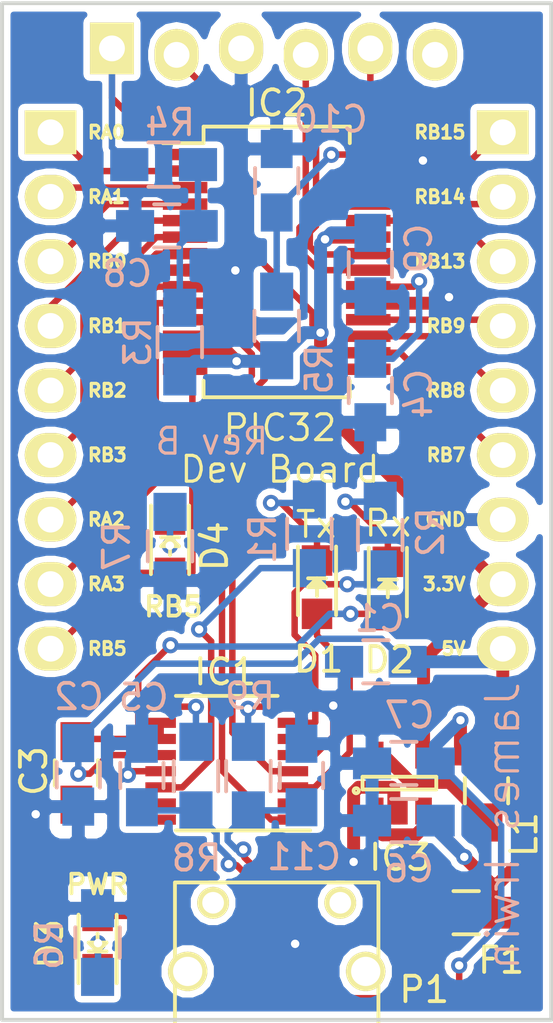
<source format=kicad_pcb>
(kicad_pcb (version 4) (host pcbnew 4.0.2-4+6225~38~ubuntu14.04.1-stable)

  (general
    (links 84)
    (no_connects 0)
    (area 113.049267 26.31617 140.950734 71.6374)
    (thickness 1.6)
    (drawings 27)
    (tracks 357)
    (zones 0)
    (modules 33)
    (nets 48)
  )

  (page A4)
  (layers
    (0 F.Cu signal hide)
    (31 B.Cu signal)
    (32 B.Adhes user)
    (33 F.Adhes user hide)
    (34 B.Paste user)
    (35 F.Paste user)
    (36 B.SilkS user)
    (37 F.SilkS user)
    (38 B.Mask user hide)
    (39 F.Mask user hide)
    (40 Dwgs.User user)
    (41 Cmts.User user)
    (42 Eco1.User user)
    (43 Eco2.User user)
    (44 Edge.Cuts user)
    (45 Margin user)
    (46 B.CrtYd user)
    (47 F.CrtYd user)
    (48 B.Fab user hide)
    (49 F.Fab user hide)
  )

  (setup
    (last_trace_width 0.1524)
    (user_trace_width 0.254)
    (user_trace_width 0.381)
    (user_trace_width 0.508)
    (user_trace_width 0.762)
    (user_trace_width 1.27)
    (trace_clearance 0.1524)
    (zone_clearance 0.254)
    (zone_45_only no)
    (trace_min 0.1524)
    (segment_width 0.2)
    (edge_width 0.15)
    (via_size 0.635)
    (via_drill 0.3302)
    (via_min_size 0.635)
    (via_min_drill 0.3302)
    (uvia_size 0.3)
    (uvia_drill 0.1)
    (uvias_allowed no)
    (uvia_min_size 0)
    (uvia_min_drill 0)
    (pcb_text_width 0.3)
    (pcb_text_size 1.5 1.5)
    (mod_edge_width 0.15)
    (mod_text_size 1 1)
    (mod_text_width 0.15)
    (pad_size 1.06 0.65)
    (pad_drill 0)
    (pad_to_mask_clearance 0.0254)
    (aux_axis_origin 0 0)
    (visible_elements FFFFFF7F)
    (pcbplotparams
      (layerselection 0x010f0_80000001)
      (usegerberextensions true)
      (excludeedgelayer true)
      (linewidth 0.100000)
      (plotframeref false)
      (viasonmask false)
      (mode 1)
      (useauxorigin false)
      (hpglpennumber 1)
      (hpglpenspeed 20)
      (hpglpendiameter 15)
      (hpglpenoverlay 2)
      (psnegative false)
      (psa4output false)
      (plotreference true)
      (plotvalue true)
      (plotinvisibletext false)
      (padsonsilk false)
      (subtractmaskfromsilk false)
      (outputformat 1)
      (mirror false)
      (drillshape 0)
      (scaleselection 1)
      (outputdirectory gerber/))
  )

  (net 0 "")
  (net 1 "Net-(IC1-Pad2)")
  (net 2 /FTDI/GND)
  (net 3 "Net-(C4-Pad1)")
  (net 4 /FTDI/5V0)
  (net 5 "Net-(C8-Pad1)")
  (net 6 /SWREG_5to3V3/3V3)
  (net 7 /microcontroller/AVDD)
  (net 8 /microcontroller/~MCLR)
  (net 9 "Net-(D1-Pad1)")
  (net 10 "Net-(D2-Pad1)")
  (net 11 "Net-(F1-Pad2)")
  (net 12 /FTDI/FTX)
  (net 13 /FTDI/FRX)
  (net 14 "Net-(IC1-Pad6)")
  (net 15 /FTDI/RXLED)
  (net 16 /FTDI/USBD+)
  (net 17 /FTDI/USBD-)
  (net 18 /FTDI/TXLED)
  (net 19 "Net-(IC1-Pad15)")
  (net 20 "Net-(IC1-Pad16)")
  (net 21 /microcontroller/RA0)
  (net 22 /microcontroller/RA1)
  (net 23 /microcontroller/RB0)
  (net 24 /microcontroller/RB1)
  (net 25 /microcontroller/RB2)
  (net 26 /microcontroller/RB3)
  (net 27 /microcontroller/RA2)
  (net 28 /microcontroller/RA3)
  (net 29 /microcontroller/RB5)
  (net 30 "Net-(IC2-Pad15)")
  (net 31 /microcontroller/RB7)
  (net 32 /microcontroller/RB8)
  (net 33 /microcontroller/RB9)
  (net 34 /microcontroller/PGD)
  (net 35 /microcontroller/PGC)
  (net 36 /microcontroller/RB13)
  (net 37 /microcontroller/RB14)
  (net 38 /microcontroller/RB15)
  (net 39 "Net-(IC3-Pad5)")
  (net 40 "Net-(P1-Pad6)")
  (net 41 "Net-(P1-Pad4)")
  (net 42 "Net-(Con1-Pad6)")
  (net 43 "Net-(D3-Pad1)")
  (net 44 "Net-(D4-Pad1)")
  (net 45 /D-)
  (net 46 /D+)
  (net 47 /FTDI/3V3_IO)

  (net_class Default "This is the default net class."
    (clearance 0.1524)
    (trace_width 0.1524)
    (via_dia 0.635)
    (via_drill 0.3302)
    (uvia_dia 0.3)
    (uvia_drill 0.1)
    (add_net /D+)
    (add_net /D-)
    (add_net /FTDI/3V3_IO)
    (add_net /FTDI/FRX)
    (add_net /FTDI/FTX)
    (add_net /FTDI/GND)
    (add_net /FTDI/RXLED)
    (add_net /FTDI/TXLED)
    (add_net /FTDI/USBD+)
    (add_net /FTDI/USBD-)
    (add_net /SWREG_5to3V3/3V3)
    (add_net /microcontroller/AVDD)
    (add_net /microcontroller/PGC)
    (add_net /microcontroller/PGD)
    (add_net /microcontroller/RA0)
    (add_net /microcontroller/RA1)
    (add_net /microcontroller/RA2)
    (add_net /microcontroller/RA3)
    (add_net /microcontroller/RB0)
    (add_net /microcontroller/RB1)
    (add_net /microcontroller/RB13)
    (add_net /microcontroller/RB14)
    (add_net /microcontroller/RB15)
    (add_net /microcontroller/RB2)
    (add_net /microcontroller/RB3)
    (add_net /microcontroller/RB5)
    (add_net /microcontroller/RB7)
    (add_net /microcontroller/RB8)
    (add_net /microcontroller/RB9)
    (add_net /microcontroller/~MCLR)
    (add_net "Net-(C4-Pad1)")
    (add_net "Net-(C8-Pad1)")
    (add_net "Net-(Con1-Pad6)")
    (add_net "Net-(D1-Pad1)")
    (add_net "Net-(D2-Pad1)")
    (add_net "Net-(D3-Pad1)")
    (add_net "Net-(D4-Pad1)")
    (add_net "Net-(F1-Pad2)")
    (add_net "Net-(IC1-Pad15)")
    (add_net "Net-(IC1-Pad16)")
    (add_net "Net-(IC1-Pad2)")
    (add_net "Net-(IC1-Pad6)")
    (add_net "Net-(IC2-Pad15)")
    (add_net "Net-(IC3-Pad5)")
    (add_net "Net-(P1-Pad4)")
    (add_net "Net-(P1-Pad6)")
  )

  (net_class Power ""
    (clearance 0.1524)
    (trace_width 0.762)
    (via_dia 0.635)
    (via_drill 0.3302)
    (uvia_dia 0.3)
    (uvia_drill 0.1)
    (add_net /FTDI/5V0)
  )

  (net_class Signals ""
    (clearance 0.1524)
    (trace_width 0.508)
    (via_dia 0.635)
    (via_drill 0.3302)
    (uvia_dia 0.3)
    (uvia_drill 0.1)
  )

  (module Capacitors_SMD:C_0805_HandSoldering (layer F.Cu) (tedit 541A9B8D) (tstamp 56A19B49)
    (at 134.45 65 180)
    (descr "Capacitor SMD 0805, hand soldering")
    (tags "capacitor 0805")
    (path /562AF443)
    (attr smd)
    (fp_text reference F1 (at -1.375 -1.875 360) (layer F.SilkS)
      (effects (font (size 1 1) (thickness 0.15)))
    )
    (fp_text value "PTC Fuse" (at 0 2.1 180) (layer F.Fab)
      (effects (font (size 1 1) (thickness 0.15)))
    )
    (fp_line (start -2.3 -1) (end 2.3 -1) (layer F.CrtYd) (width 0.05))
    (fp_line (start -2.3 1) (end 2.3 1) (layer F.CrtYd) (width 0.05))
    (fp_line (start -2.3 -1) (end -2.3 1) (layer F.CrtYd) (width 0.05))
    (fp_line (start 2.3 -1) (end 2.3 1) (layer F.CrtYd) (width 0.05))
    (fp_line (start 0.5 -0.85) (end -0.5 -0.85) (layer F.SilkS) (width 0.15))
    (fp_line (start -0.5 0.85) (end 0.5 0.85) (layer F.SilkS) (width 0.15))
    (pad 1 smd rect (at -1.25 0 180) (size 1.5 1.25) (layers F.Cu F.Paste F.Mask)
      (net 4 /FTDI/5V0))
    (pad 2 smd rect (at 1.25 0 180) (size 1.5 1.25) (layers F.Cu F.Paste F.Mask)
      (net 11 "Net-(F1-Pad2)"))
    (model Capacitors_SMD.3dshapes/C_0805_HandSoldering.wrl
      (at (xyz 0 0 0))
      (scale (xyz 1 1 1))
      (rotate (xyz 0 0 0))
    )
  )

  (module RS_footprints:USB-MICRO-B (layer F.Cu) (tedit 56B654F7) (tstamp 56A19B9D)
    (at 127 67.31)
    (path /562992D9)
    (fp_text reference P1 (at 5.8 0.715) (layer F.SilkS)
      (effects (font (size 1 1) (thickness 0.15)))
    )
    (fp_text value USB_OTG (at 0.1 3.4) (layer F.Fab)
      (effects (font (size 1 1) (thickness 0.15)))
    )
    (fp_line (start -4 -3.5) (end -4 2.2) (layer F.SilkS) (width 0.15))
    (fp_line (start 4 -3.5) (end -4 -3.5) (layer F.SilkS) (width 0.15))
    (fp_line (start 4 2.2) (end 4 -3.5) (layer F.SilkS) (width 0.15))
    (fp_line (start -4 2.2) (end 4 2.2) (layer F.SilkS) (width 0.15))
    (pad 6 thru_hole circle (at -3.5 0) (size 1.55 1.55) (drill 1.15) (layers *.Cu *.Mask F.SilkS)
      (net 40 "Net-(P1-Pad6)"))
    (pad 9 thru_hole circle (at 3.5 0) (size 1.55 1.55) (drill 1.15) (layers *.Cu *.Mask F.SilkS))
    (pad 8 thru_hole circle (at 2.5 -2.7) (size 1.25 1.25) (drill 0.85) (layers *.Cu *.Mask F.SilkS))
    (pad 7 thru_hole circle (at -2.5 -2.7) (size 1.25 1.25) (drill 0.85) (layers *.Cu *.Mask F.SilkS))
    (pad 3 smd rect (at 0 -2.7) (size 0.4 1.35) (layers F.Cu F.Paste F.Mask)
      (net 46 /D+))
    (pad 4 smd rect (at 0.65 -2.7) (size 0.4 1.35) (layers F.Cu F.Paste F.Mask)
      (net 41 "Net-(P1-Pad4)"))
    (pad 5 smd rect (at 1.3 -2.7) (size 0.4 1.35) (layers F.Cu F.Paste F.Mask)
      (net 2 /FTDI/GND))
    (pad 2 smd rect (at -0.65 -2.7) (size 0.4 1.35) (layers F.Cu F.Paste F.Mask)
      (net 45 /D-))
    (pad 1 smd rect (at -1.3 -2.7) (size 0.4 1.35) (layers F.Cu F.Paste F.Mask)
      (net 11 "Net-(F1-Pad2)"))
  )

  (module Pin_Headers:Pin_Header_Straight_1x09 (layer F.Cu) (tedit 56A6B03D) (tstamp 56A1A5F7)
    (at 135.89 34.29)
    (descr "Through hole pin header")
    (tags "pin header")
    (path /56A28110)
    (fp_text reference P3 (at 0 -5.1) (layer F.SilkS) hide
      (effects (font (size 1 1) (thickness 0.15)))
    )
    (fp_text value CONN_01X09 (at 0 -3.1) (layer F.Fab)
      (effects (font (size 1 1) (thickness 0.15)))
    )
    (fp_line (start -1.75 -1.75) (end -1.75 22.1) (layer F.CrtYd) (width 0.05))
    (fp_line (start 1.75 -1.75) (end 1.75 22.1) (layer F.CrtYd) (width 0.05))
    (fp_line (start -1.75 -1.75) (end 1.75 -1.75) (layer F.CrtYd) (width 0.05))
    (fp_line (start -1.75 22.1) (end 1.75 22.1) (layer F.CrtYd) (width 0.05))
    (pad 1 thru_hole rect (at 0 0) (size 2.032 1.7272) (drill 1.016) (layers *.Cu *.Mask F.SilkS)
      (net 38 /microcontroller/RB15))
    (pad 2 thru_hole oval (at 0 2.54) (size 2.032 1.7272) (drill 1.016) (layers *.Cu *.Mask F.SilkS)
      (net 37 /microcontroller/RB14))
    (pad 3 thru_hole oval (at 0 5.08) (size 2.032 1.7272) (drill 1.016) (layers *.Cu *.Mask F.SilkS)
      (net 36 /microcontroller/RB13))
    (pad 4 thru_hole oval (at 0 7.62) (size 2.032 1.7272) (drill 1.016) (layers *.Cu *.Mask F.SilkS)
      (net 33 /microcontroller/RB9))
    (pad 5 thru_hole oval (at 0 10.16) (size 2.032 1.7272) (drill 1.016) (layers *.Cu *.Mask F.SilkS)
      (net 32 /microcontroller/RB8))
    (pad 6 thru_hole oval (at 0 12.7) (size 2.032 1.7272) (drill 1.016) (layers *.Cu *.Mask F.SilkS)
      (net 31 /microcontroller/RB7))
    (pad 7 thru_hole oval (at 0 15.24) (size 2.032 1.7272) (drill 1.016) (layers *.Cu *.Mask F.SilkS)
      (net 2 /FTDI/GND))
    (pad 8 thru_hole oval (at 0 17.78) (size 2.032 1.7272) (drill 1.016) (layers *.Cu *.Mask F.SilkS)
      (net 6 /SWREG_5to3V3/3V3))
    (pad 9 thru_hole oval (at 0 20.32) (size 2.032 1.7272) (drill 1.016) (layers *.Cu *.Mask F.SilkS)
      (net 4 /FTDI/5V0))
    (model Pin_Headers.3dshapes/Pin_Header_Straight_1x09.wrl
      (at (xyz 0 -0.4 0))
      (scale (xyz 1 1 1))
      (rotate (xyz 0 0 90))
    )
  )

  (module Pin_Headers:Pin_Header_Straight_1x09 (layer F.Cu) (tedit 56A6B025) (tstamp 56A1A5EA)
    (at 118.11 34.29)
    (descr "Through hole pin header")
    (tags "pin header")
    (path /56A28004)
    (fp_text reference P2 (at 0 -5.1) (layer F.SilkS) hide
      (effects (font (size 1 1) (thickness 0.15)))
    )
    (fp_text value CONN_01X09 (at 0 -3.1) (layer F.Fab)
      (effects (font (size 1 1) (thickness 0.15)))
    )
    (fp_line (start -1.75 -1.75) (end -1.75 22.1) (layer F.CrtYd) (width 0.05))
    (fp_line (start 1.75 -1.75) (end 1.75 22.1) (layer F.CrtYd) (width 0.05))
    (fp_line (start -1.75 -1.75) (end 1.75 -1.75) (layer F.CrtYd) (width 0.05))
    (fp_line (start -1.75 22.1) (end 1.75 22.1) (layer F.CrtYd) (width 0.05))
    (pad 1 thru_hole rect (at 0 0) (size 2.032 1.7272) (drill 1.016) (layers *.Cu *.Mask F.SilkS)
      (net 21 /microcontroller/RA0))
    (pad 2 thru_hole oval (at 0 2.54) (size 2.032 1.7272) (drill 1.016) (layers *.Cu *.Mask F.SilkS)
      (net 22 /microcontroller/RA1))
    (pad 3 thru_hole oval (at 0 5.08) (size 2.032 1.7272) (drill 1.016) (layers *.Cu *.Mask F.SilkS)
      (net 23 /microcontroller/RB0))
    (pad 4 thru_hole oval (at 0 7.62) (size 2.032 1.7272) (drill 1.016) (layers *.Cu *.Mask F.SilkS)
      (net 24 /microcontroller/RB1))
    (pad 5 thru_hole oval (at 0 10.16) (size 2.032 1.7272) (drill 1.016) (layers *.Cu *.Mask F.SilkS)
      (net 25 /microcontroller/RB2))
    (pad 6 thru_hole oval (at 0 12.7) (size 2.032 1.7272) (drill 1.016) (layers *.Cu *.Mask F.SilkS)
      (net 26 /microcontroller/RB3))
    (pad 7 thru_hole oval (at 0 15.24) (size 2.032 1.7272) (drill 1.016) (layers *.Cu *.Mask F.SilkS)
      (net 27 /microcontroller/RA2))
    (pad 8 thru_hole oval (at 0 17.78) (size 2.032 1.7272) (drill 1.016) (layers *.Cu *.Mask F.SilkS)
      (net 28 /microcontroller/RA3))
    (pad 9 thru_hole oval (at 0 20.32) (size 2.032 1.7272) (drill 1.016) (layers *.Cu *.Mask F.SilkS)
      (net 29 /microcontroller/RB5))
    (model Pin_Headers.3dshapes/Pin_Header_Straight_1x09.wrl
      (at (xyz 0 -0.4 0))
      (scale (xyz 1 1 1))
      (rotate (xyz 0 0 90))
    )
  )

  (module RS_footprints:Pin_Header_Staggered_1x06 (layer F.Cu) (tedit 56A6AFFD) (tstamp 56A19D33)
    (at 120.523 31.115 90)
    (descr "Through hole pin header")
    (tags "pin header")
    (path /562AFE04/5647C95A)
    (fp_text reference Con1 (at 0 -5.1 90) (layer F.SilkS) hide
      (effects (font (size 1 1) (thickness 0.15)))
    )
    (fp_text value prog_header (at 0 -3.1 90) (layer F.Fab)
      (effects (font (size 1 1) (thickness 0.15)))
    )
    (fp_line (start -1.75 -1.75) (end -1.75 14.45) (layer F.CrtYd) (width 0.05))
    (fp_line (start 1.75 -1.75) (end 1.75 14.45) (layer F.CrtYd) (width 0.05))
    (fp_line (start -1.75 -1.75) (end 1.75 -1.75) (layer F.CrtYd) (width 0.05))
    (fp_line (start -1.75 14.45) (end 1.75 14.45) (layer F.CrtYd) (width 0.05))
    (pad 1 thru_hole rect (at 0.127 0 90) (size 2.032 1.7272) (drill 1.016) (layers *.Cu *.Mask F.SilkS)
      (net 8 /microcontroller/~MCLR))
    (pad 2 thru_hole oval (at -0.127 2.54 90) (size 2.032 1.7272) (drill 1.016) (layers *.Cu *.Mask F.SilkS)
      (net 6 /SWREG_5to3V3/3V3))
    (pad 3 thru_hole oval (at 0.127 5.08 90) (size 2.032 1.7272) (drill 1.016) (layers *.Cu *.Mask F.SilkS)
      (net 2 /FTDI/GND))
    (pad 4 thru_hole oval (at -0.127 7.62 90) (size 2.032 1.7272) (drill 1.016) (layers *.Cu *.Mask F.SilkS)
      (net 34 /microcontroller/PGD))
    (pad 5 thru_hole oval (at 0.127 10.16 90) (size 2.032 1.7272) (drill 1.016) (layers *.Cu *.Mask F.SilkS)
      (net 35 /microcontroller/PGC))
    (pad 6 thru_hole oval (at -0.127 12.7 90) (size 2.032 1.7272) (drill 1.016) (layers *.Cu *.Mask F.SilkS)
      (net 42 "Net-(Con1-Pad6)"))
    (model Pin_Headers.3dshapes/Pin_Header_Straight_1x06.wrl
      (at (xyz 0 -0.25 0))
      (scale (xyz 1 1 1))
      (rotate (xyz 0 0 90))
    )
  )

  (module Resistors_SMD:R_0805_HandSoldering (layer B.Cu) (tedit 54189DEE) (tstamp 56A2BA07)
    (at 122.806627 50.577575 270)
    (descr "Resistor SMD 0805, hand soldering")
    (tags "resistor 0805")
    (path /56A2D6C8)
    (attr smd)
    (fp_text reference R7 (at 0 2.1 270) (layer B.SilkS)
      (effects (font (size 1 1) (thickness 0.15)) (justify mirror))
    )
    (fp_text value 270 (at 0 -2.1 270) (layer B.Fab)
      (effects (font (size 1 1) (thickness 0.15)) (justify mirror))
    )
    (fp_line (start -2.4 1) (end 2.4 1) (layer B.CrtYd) (width 0.05))
    (fp_line (start -2.4 -1) (end 2.4 -1) (layer B.CrtYd) (width 0.05))
    (fp_line (start -2.4 1) (end -2.4 -1) (layer B.CrtYd) (width 0.05))
    (fp_line (start 2.4 1) (end 2.4 -1) (layer B.CrtYd) (width 0.05))
    (fp_line (start 0.6 -0.875) (end -0.6 -0.875) (layer B.SilkS) (width 0.15))
    (fp_line (start -0.6 0.875) (end 0.6 0.875) (layer B.SilkS) (width 0.15))
    (pad 1 smd rect (at -1.35 0 270) (size 1.5 1.3) (layers B.Cu B.Paste B.Mask)
      (net 44 "Net-(D4-Pad1)"))
    (pad 2 smd rect (at 1.35 0 270) (size 1.5 1.3) (layers B.Cu B.Paste B.Mask)
      (net 2 /FTDI/GND))
    (model Resistors_SMD.3dshapes/R_0805_HandSoldering.wrl
      (at (xyz 0 0 0))
      (scale (xyz 1 1 1))
      (rotate (xyz 0 0 0))
    )
  )

  (module Resistors_SMD:R_0805_HandSoldering (layer B.Cu) (tedit 54189DEE) (tstamp 56A2BA01)
    (at 119.958266 66.175238 90)
    (descr "Resistor SMD 0805, hand soldering")
    (tags "resistor 0805")
    (path /56A2BB40)
    (attr smd)
    (fp_text reference R6 (at -0.099762 -1.908266 270) (layer B.SilkS)
      (effects (font (size 1 1) (thickness 0.15)) (justify mirror))
    )
    (fp_text value 270 (at 0 -2.1 90) (layer B.Fab)
      (effects (font (size 1 1) (thickness 0.15)) (justify mirror))
    )
    (fp_line (start -2.4 1) (end 2.4 1) (layer B.CrtYd) (width 0.05))
    (fp_line (start -2.4 -1) (end 2.4 -1) (layer B.CrtYd) (width 0.05))
    (fp_line (start -2.4 1) (end -2.4 -1) (layer B.CrtYd) (width 0.05))
    (fp_line (start 2.4 1) (end 2.4 -1) (layer B.CrtYd) (width 0.05))
    (fp_line (start 0.6 -0.875) (end -0.6 -0.875) (layer B.SilkS) (width 0.15))
    (fp_line (start -0.6 0.875) (end 0.6 0.875) (layer B.SilkS) (width 0.15))
    (pad 1 smd rect (at -1.35 0 90) (size 1.5 1.3) (layers B.Cu B.Paste B.Mask)
      (net 43 "Net-(D3-Pad1)"))
    (pad 2 smd rect (at 1.35 0 90) (size 1.5 1.3) (layers B.Cu B.Paste B.Mask)
      (net 2 /FTDI/GND))
    (model Resistors_SMD.3dshapes/R_0805_HandSoldering.wrl
      (at (xyz 0 0 0))
      (scale (xyz 1 1 1))
      (rotate (xyz 0 0 0))
    )
  )

  (module LEDs:LED_0805 (layer F.Cu) (tedit 56A6B891) (tstamp 56A2B9FB)
    (at 122.806627 50.577575 270)
    (descr "LED 0805 smd package")
    (tags "LED 0805 SMD")
    (path /56A2D6C2)
    (attr smd)
    (fp_text reference D4 (at 0 -1.75 270) (layer F.SilkS)
      (effects (font (size 1 1) (thickness 0.15)))
    )
    (fp_text value RB5 (at 2.381425 -0.129373 360) (layer F.SilkS)
      (effects (font (size 0.7714 0.7714) (thickness 0.15)))
    )
    (fp_line (start -1.6 0.75) (end 1.1 0.75) (layer F.SilkS) (width 0.15))
    (fp_line (start -1.6 -0.75) (end 1.1 -0.75) (layer F.SilkS) (width 0.15))
    (fp_line (start -0.1 0.15) (end -0.1 -0.1) (layer F.SilkS) (width 0.15))
    (fp_line (start -0.1 -0.1) (end -0.25 0.05) (layer F.SilkS) (width 0.15))
    (fp_line (start -0.35 -0.35) (end -0.35 0.35) (layer F.SilkS) (width 0.15))
    (fp_line (start 0 0) (end 0.35 0) (layer F.SilkS) (width 0.15))
    (fp_line (start -0.35 0) (end 0 -0.35) (layer F.SilkS) (width 0.15))
    (fp_line (start 0 -0.35) (end 0 0.35) (layer F.SilkS) (width 0.15))
    (fp_line (start 0 0.35) (end -0.35 0) (layer F.SilkS) (width 0.15))
    (fp_line (start 1.9 -0.95) (end 1.9 0.95) (layer F.CrtYd) (width 0.05))
    (fp_line (start 1.9 0.95) (end -1.9 0.95) (layer F.CrtYd) (width 0.05))
    (fp_line (start -1.9 0.95) (end -1.9 -0.95) (layer F.CrtYd) (width 0.05))
    (fp_line (start -1.9 -0.95) (end 1.9 -0.95) (layer F.CrtYd) (width 0.05))
    (pad 2 smd rect (at 1.04902 0 90) (size 1.19888 1.19888) (layers F.Cu F.Paste F.Mask)
      (net 29 /microcontroller/RB5))
    (pad 1 smd rect (at -1.04902 0 90) (size 1.19888 1.19888) (layers F.Cu F.Paste F.Mask)
      (net 44 "Net-(D4-Pad1)"))
    (model LEDs.3dshapes/LED_0805.wrl
      (at (xyz 0 0 0))
      (scale (xyz 1 1 1))
      (rotate (xyz 0 0 0))
    )
  )

  (module LEDs:LED_0805 (layer F.Cu) (tedit 56A6B8A0) (tstamp 56A2B9F5)
    (at 119.958266 66.175238 90)
    (descr "LED 0805 smd package")
    (tags "LED 0805 SMD")
    (path /56A2B7D7)
    (attr smd)
    (fp_text reference D3 (at -0.049762 -1.883266 270) (layer F.SilkS)
      (effects (font (size 1 1) (thickness 0.15)))
    )
    (fp_text value PWR (at 2.286 0 180) (layer F.SilkS)
      (effects (font (size 0.7714 0.7714) (thickness 0.15)))
    )
    (fp_line (start -1.6 0.75) (end 1.1 0.75) (layer F.SilkS) (width 0.15))
    (fp_line (start -1.6 -0.75) (end 1.1 -0.75) (layer F.SilkS) (width 0.15))
    (fp_line (start -0.1 0.15) (end -0.1 -0.1) (layer F.SilkS) (width 0.15))
    (fp_line (start -0.1 -0.1) (end -0.25 0.05) (layer F.SilkS) (width 0.15))
    (fp_line (start -0.35 -0.35) (end -0.35 0.35) (layer F.SilkS) (width 0.15))
    (fp_line (start 0 0) (end 0.35 0) (layer F.SilkS) (width 0.15))
    (fp_line (start -0.35 0) (end 0 -0.35) (layer F.SilkS) (width 0.15))
    (fp_line (start 0 -0.35) (end 0 0.35) (layer F.SilkS) (width 0.15))
    (fp_line (start 0 0.35) (end -0.35 0) (layer F.SilkS) (width 0.15))
    (fp_line (start 1.9 -0.95) (end 1.9 0.95) (layer F.CrtYd) (width 0.05))
    (fp_line (start 1.9 0.95) (end -1.9 0.95) (layer F.CrtYd) (width 0.05))
    (fp_line (start -1.9 0.95) (end -1.9 -0.95) (layer F.CrtYd) (width 0.05))
    (fp_line (start -1.9 -0.95) (end 1.9 -0.95) (layer F.CrtYd) (width 0.05))
    (pad 2 smd rect (at 1.04902 0 270) (size 1.19888 1.19888) (layers F.Cu F.Paste F.Mask)
      (net 6 /SWREG_5to3V3/3V3))
    (pad 1 smd rect (at -1.04902 0 270) (size 1.19888 1.19888) (layers F.Cu F.Paste F.Mask)
      (net 43 "Net-(D3-Pad1)"))
    (model LEDs.3dshapes/LED_0805.wrl
      (at (xyz 0 0 0))
      (scale (xyz 1 1 1))
      (rotate (xyz 0 0 0))
    )
  )

  (module Resistors_SMD:R_0805_HandSoldering (layer B.Cu) (tedit 54189DEE) (tstamp 56A19BBB)
    (at 127 41.91 270)
    (descr "Resistor SMD 0805, hand soldering")
    (tags "resistor 0805")
    (path /562AFE04/562B024F)
    (attr smd)
    (fp_text reference R5 (at 1.715 -1.675 270) (layer B.SilkS)
      (effects (font (size 1 1) (thickness 0.15)) (justify mirror))
    )
    (fp_text value 10 (at 0 -2.1 270) (layer B.Fab)
      (effects (font (size 1 1) (thickness 0.15)) (justify mirror))
    )
    (fp_line (start -2.4 1) (end 2.4 1) (layer B.CrtYd) (width 0.05))
    (fp_line (start -2.4 -1) (end 2.4 -1) (layer B.CrtYd) (width 0.05))
    (fp_line (start -2.4 1) (end -2.4 -1) (layer B.CrtYd) (width 0.05))
    (fp_line (start 2.4 1) (end 2.4 -1) (layer B.CrtYd) (width 0.05))
    (fp_line (start 0.6 -0.875) (end -0.6 -0.875) (layer B.SilkS) (width 0.15))
    (fp_line (start -0.6 0.875) (end 0.6 0.875) (layer B.SilkS) (width 0.15))
    (pad 1 smd rect (at -1.35 0 270) (size 1.5 1.3) (layers B.Cu B.Paste B.Mask)
      (net 7 /microcontroller/AVDD))
    (pad 2 smd rect (at 1.35 0 270) (size 1.5 1.3) (layers B.Cu B.Paste B.Mask)
      (net 6 /SWREG_5to3V3/3V3))
    (model Resistors_SMD.3dshapes/R_0805_HandSoldering.wrl
      (at (xyz 0 0 0))
      (scale (xyz 1 1 1))
      (rotate (xyz 0 0 0))
    )
  )

  (module Resistors_SMD:R_0805_HandSoldering (layer B.Cu) (tedit 54189DEE) (tstamp 56A19BB5)
    (at 122.555 35.56)
    (descr "Resistor SMD 0805, hand soldering")
    (tags "resistor 0805")
    (path /562AFE04/562B0221)
    (attr smd)
    (fp_text reference R4 (at 0.254 -1.651) (layer B.SilkS)
      (effects (font (size 1 1) (thickness 0.15)) (justify mirror))
    )
    (fp_text value 1k (at 0 -2.1) (layer B.Fab)
      (effects (font (size 1 1) (thickness 0.15)) (justify mirror))
    )
    (fp_line (start -2.4 1) (end 2.4 1) (layer B.CrtYd) (width 0.05))
    (fp_line (start -2.4 -1) (end 2.4 -1) (layer B.CrtYd) (width 0.05))
    (fp_line (start -2.4 1) (end -2.4 -1) (layer B.CrtYd) (width 0.05))
    (fp_line (start 2.4 1) (end 2.4 -1) (layer B.CrtYd) (width 0.05))
    (fp_line (start 0.6 -0.875) (end -0.6 -0.875) (layer B.SilkS) (width 0.15))
    (fp_line (start -0.6 0.875) (end 0.6 0.875) (layer B.SilkS) (width 0.15))
    (pad 1 smd rect (at -1.35 0) (size 1.5 1.3) (layers B.Cu B.Paste B.Mask)
      (net 8 /microcontroller/~MCLR))
    (pad 2 smd rect (at 1.35 0) (size 1.5 1.3) (layers B.Cu B.Paste B.Mask)
      (net 5 "Net-(C8-Pad1)"))
    (model Resistors_SMD.3dshapes/R_0805_HandSoldering.wrl
      (at (xyz 0 0 0))
      (scale (xyz 1 1 1))
      (rotate (xyz 0 0 0))
    )
  )

  (module Resistors_SMD:R_0805_HandSoldering (layer B.Cu) (tedit 54189DEE) (tstamp 56A19BA9)
    (at 131.07 50.14 270)
    (descr "Resistor SMD 0805, hand soldering")
    (tags "resistor 0805")
    (path /5626F3E4/5626FDAB)
    (attr smd)
    (fp_text reference R2 (at -0.115 -1.98 270) (layer B.SilkS)
      (effects (font (size 1 1) (thickness 0.15)) (justify mirror))
    )
    (fp_text value 270 (at 0 -2.1 270) (layer B.Fab)
      (effects (font (size 1 1) (thickness 0.15)) (justify mirror))
    )
    (fp_line (start -2.4 1) (end 2.4 1) (layer B.CrtYd) (width 0.05))
    (fp_line (start -2.4 -1) (end 2.4 -1) (layer B.CrtYd) (width 0.05))
    (fp_line (start -2.4 1) (end -2.4 -1) (layer B.CrtYd) (width 0.05))
    (fp_line (start 2.4 1) (end 2.4 -1) (layer B.CrtYd) (width 0.05))
    (fp_line (start 0.6 -0.875) (end -0.6 -0.875) (layer B.SilkS) (width 0.15))
    (fp_line (start -0.6 0.875) (end 0.6 0.875) (layer B.SilkS) (width 0.15))
    (pad 1 smd rect (at -1.35 0 270) (size 1.5 1.3) (layers B.Cu B.Paste B.Mask)
      (net 10 "Net-(D2-Pad1)"))
    (pad 2 smd rect (at 1.35 0 270) (size 1.5 1.3) (layers B.Cu B.Paste B.Mask)
      (net 15 /FTDI/RXLED))
    (model Resistors_SMD.3dshapes/R_0805_HandSoldering.wrl
      (at (xyz 0 0 0))
      (scale (xyz 1 1 1))
      (rotate (xyz 0 0 0))
    )
  )

  (module Resistors_SMD:R_0805_HandSoldering (layer B.Cu) (tedit 54189DEE) (tstamp 56A19BA3)
    (at 128.285 50.09 270)
    (descr "Resistor SMD 0805, hand soldering")
    (tags "resistor 0805")
    (path /5626F3E4/5626FD7A)
    (attr smd)
    (fp_text reference R1 (at 0.21 1.835 270) (layer B.SilkS)
      (effects (font (size 1 1) (thickness 0.15)) (justify mirror))
    )
    (fp_text value 270 (at 0 -2.1 270) (layer B.Fab)
      (effects (font (size 1 1) (thickness 0.15)) (justify mirror))
    )
    (fp_line (start -2.4 1) (end 2.4 1) (layer B.CrtYd) (width 0.05))
    (fp_line (start -2.4 -1) (end 2.4 -1) (layer B.CrtYd) (width 0.05))
    (fp_line (start -2.4 1) (end -2.4 -1) (layer B.CrtYd) (width 0.05))
    (fp_line (start 2.4 1) (end 2.4 -1) (layer B.CrtYd) (width 0.05))
    (fp_line (start 0.6 -0.875) (end -0.6 -0.875) (layer B.SilkS) (width 0.15))
    (fp_line (start -0.6 0.875) (end 0.6 0.875) (layer B.SilkS) (width 0.15))
    (pad 1 smd rect (at -1.35 0 270) (size 1.5 1.3) (layers B.Cu B.Paste B.Mask)
      (net 9 "Net-(D1-Pad1)"))
    (pad 2 smd rect (at 1.35 0 270) (size 1.5 1.3) (layers B.Cu B.Paste B.Mask)
      (net 18 /FTDI/TXLED))
    (model Resistors_SMD.3dshapes/R_0805_HandSoldering.wrl
      (at (xyz 0 0 0))
      (scale (xyz 1 1 1))
      (rotate (xyz 0 0 0))
    )
  )

  (module Capacitors_SMD:C_0805_HandSoldering (layer F.Cu) (tedit 541A9B8D) (tstamp 56A19B8C)
    (at 135.25 60.2 270)
    (descr "Capacitor SMD 0805, hand soldering")
    (tags "capacitor 0805")
    (path /562B26FE/562B29B9)
    (attr smd)
    (fp_text reference L1 (at 1.725 -1.475 450) (layer F.SilkS)
      (effects (font (size 1 1) (thickness 0.15)))
    )
    (fp_text value 2.2u (at 0 2.1 270) (layer F.Fab)
      (effects (font (size 1 1) (thickness 0.15)))
    )
    (fp_line (start -2.3 -1) (end 2.3 -1) (layer F.CrtYd) (width 0.05))
    (fp_line (start -2.3 1) (end 2.3 1) (layer F.CrtYd) (width 0.05))
    (fp_line (start -2.3 -1) (end -2.3 1) (layer F.CrtYd) (width 0.05))
    (fp_line (start 2.3 -1) (end 2.3 1) (layer F.CrtYd) (width 0.05))
    (fp_line (start 0.5 -0.85) (end -0.5 -0.85) (layer F.SilkS) (width 0.15))
    (fp_line (start -0.5 0.85) (end 0.5 0.85) (layer F.SilkS) (width 0.15))
    (pad 1 smd rect (at -1.25 0 270) (size 1.5 1.25) (layers F.Cu F.Paste F.Mask)
      (net 6 /SWREG_5to3V3/3V3))
    (pad 2 smd rect (at 1.25 0 270) (size 1.5 1.25) (layers F.Cu F.Paste F.Mask)
      (net 39 "Net-(IC3-Pad5)"))
    (model Capacitors_SMD.3dshapes/C_0805_HandSoldering.wrl
      (at (xyz 0 0 0))
      (scale (xyz 1 1 1))
      (rotate (xyz 0 0 0))
    )
  )

  (module Housings_SSOP:SSOP-28_5.3x10.2mm_Pitch0.65mm (layer F.Cu) (tedit 54130A77) (tstamp 56A19B7D)
    (at 127 39.39)
    (descr "28-Lead Plastic Shrink Small Outline (SS)-5.30 mm Body [SSOP] (see Microchip Packaging Specification 00000049BS.pdf)")
    (tags "SSOP 0.65")
    (path /562AFE04/562AFFE8)
    (attr smd)
    (fp_text reference IC2 (at 0 -6.25) (layer F.SilkS)
      (effects (font (size 1 1) (thickness 0.15)))
    )
    (fp_text value PIC32MX2xx/1xx (at 0 6.25) (layer F.Fab)
      (effects (font (size 1 1) (thickness 0.15)))
    )
    (fp_line (start -4.75 -5.5) (end -4.75 5.5) (layer F.CrtYd) (width 0.05))
    (fp_line (start 4.75 -5.5) (end 4.75 5.5) (layer F.CrtYd) (width 0.05))
    (fp_line (start -4.75 -5.5) (end 4.75 -5.5) (layer F.CrtYd) (width 0.05))
    (fp_line (start -4.75 5.5) (end 4.75 5.5) (layer F.CrtYd) (width 0.05))
    (fp_line (start -2.875 -5.325) (end -2.875 -4.675) (layer F.SilkS) (width 0.15))
    (fp_line (start 2.875 -5.325) (end 2.875 -4.675) (layer F.SilkS) (width 0.15))
    (fp_line (start 2.875 5.325) (end 2.875 4.675) (layer F.SilkS) (width 0.15))
    (fp_line (start -2.875 5.325) (end -2.875 4.675) (layer F.SilkS) (width 0.15))
    (fp_line (start -2.875 -5.325) (end 2.875 -5.325) (layer F.SilkS) (width 0.15))
    (fp_line (start -2.875 5.325) (end 2.875 5.325) (layer F.SilkS) (width 0.15))
    (fp_line (start -2.875 -4.675) (end -4.475 -4.675) (layer F.SilkS) (width 0.15))
    (pad 1 smd rect (at -3.6 -4.225) (size 1.75 0.45) (layers F.Cu F.Paste F.Mask)
      (net 8 /microcontroller/~MCLR))
    (pad 2 smd rect (at -3.6 -3.575) (size 1.75 0.45) (layers F.Cu F.Paste F.Mask)
      (net 21 /microcontroller/RA0))
    (pad 3 smd rect (at -3.6 -2.925) (size 1.75 0.45) (layers F.Cu F.Paste F.Mask)
      (net 22 /microcontroller/RA1))
    (pad 4 smd rect (at -3.6 -2.275) (size 1.75 0.45) (layers F.Cu F.Paste F.Mask)
      (net 23 /microcontroller/RB0))
    (pad 5 smd rect (at -3.6 -1.625) (size 1.75 0.45) (layers F.Cu F.Paste F.Mask)
      (net 24 /microcontroller/RB1))
    (pad 6 smd rect (at -3.6 -0.975) (size 1.75 0.45) (layers F.Cu F.Paste F.Mask)
      (net 25 /microcontroller/RB2))
    (pad 7 smd rect (at -3.6 -0.325) (size 1.75 0.45) (layers F.Cu F.Paste F.Mask)
      (net 26 /microcontroller/RB3))
    (pad 8 smd rect (at -3.6 0.325) (size 1.75 0.45) (layers F.Cu F.Paste F.Mask)
      (net 2 /FTDI/GND))
    (pad 9 smd rect (at -3.6 0.975) (size 1.75 0.45) (layers F.Cu F.Paste F.Mask)
      (net 27 /microcontroller/RA2))
    (pad 10 smd rect (at -3.6 1.625) (size 1.75 0.45) (layers F.Cu F.Paste F.Mask)
      (net 28 /microcontroller/RA3))
    (pad 11 smd rect (at -3.6 2.275) (size 1.75 0.45) (layers F.Cu F.Paste F.Mask)
      (net 13 /FTDI/FRX))
    (pad 12 smd rect (at -3.6 2.925) (size 1.75 0.45) (layers F.Cu F.Paste F.Mask)
      (net 12 /FTDI/FTX))
    (pad 13 smd rect (at -3.6 3.575) (size 1.75 0.45) (layers F.Cu F.Paste F.Mask)
      (net 6 /SWREG_5to3V3/3V3))
    (pad 14 smd rect (at -3.6 4.225) (size 1.75 0.45) (layers F.Cu F.Paste F.Mask)
      (net 29 /microcontroller/RB5))
    (pad 15 smd rect (at 3.6 4.225) (size 1.75 0.45) (layers F.Cu F.Paste F.Mask)
      (net 30 "Net-(IC2-Pad15)"))
    (pad 16 smd rect (at 3.6 3.575) (size 1.75 0.45) (layers F.Cu F.Paste F.Mask)
      (net 31 /microcontroller/RB7))
    (pad 17 smd rect (at 3.6 2.925) (size 1.75 0.45) (layers F.Cu F.Paste F.Mask)
      (net 32 /microcontroller/RB8))
    (pad 18 smd rect (at 3.6 2.275) (size 1.75 0.45) (layers F.Cu F.Paste F.Mask)
      (net 33 /microcontroller/RB9))
    (pad 19 smd rect (at 3.6 1.625) (size 1.75 0.45) (layers F.Cu F.Paste F.Mask)
      (net 2 /FTDI/GND))
    (pad 20 smd rect (at 3.6 0.975) (size 1.75 0.45) (layers F.Cu F.Paste F.Mask)
      (net 3 "Net-(C4-Pad1)"))
    (pad 21 smd rect (at 3.6 0.325) (size 1.75 0.45) (layers F.Cu F.Paste F.Mask)
      (net 34 /microcontroller/PGD))
    (pad 22 smd rect (at 3.6 -0.325) (size 1.75 0.45) (layers F.Cu F.Paste F.Mask)
      (net 35 /microcontroller/PGC))
    (pad 23 smd rect (at 3.6 -0.975) (size 1.75 0.45) (layers F.Cu F.Paste F.Mask)
      (net 6 /SWREG_5to3V3/3V3))
    (pad 24 smd rect (at 3.6 -1.625) (size 1.75 0.45) (layers F.Cu F.Paste F.Mask)
      (net 36 /microcontroller/RB13))
    (pad 25 smd rect (at 3.6 -2.275) (size 1.75 0.45) (layers F.Cu F.Paste F.Mask)
      (net 37 /microcontroller/RB14))
    (pad 26 smd rect (at 3.6 -2.925) (size 1.75 0.45) (layers F.Cu F.Paste F.Mask)
      (net 38 /microcontroller/RB15))
    (pad 27 smd rect (at 3.6 -3.575) (size 1.75 0.45) (layers F.Cu F.Paste F.Mask)
      (net 2 /FTDI/GND))
    (pad 28 smd rect (at 3.6 -4.225) (size 1.75 0.45) (layers F.Cu F.Paste F.Mask)
      (net 7 /microcontroller/AVDD))
    (model Housings_SSOP.3dshapes/SSOP-28_5.3x10.2mm_Pitch0.65mm.wrl
      (at (xyz 0 0 0))
      (scale (xyz 1 1 1))
      (rotate (xyz 0 0 0))
    )
  )

  (module Housings_SSOP:SSOP-16_3.9x4.9mm_Pitch0.635mm (layer F.Cu) (tedit 54130A77) (tstamp 56A19B5D)
    (at 125.0375 59.115 180)
    (descr "SSOP16: plastic shrink small outline package; 16 leads; body width 3.9 mm; lead pitch 0.635; (see NXP SSOP-TSSOP-VSO-REFLOW.pdf and sot519-1_po.pdf)")
    (tags "SSOP 0.635")
    (path /5626F3E4/5626F41D)
    (attr smd)
    (fp_text reference IC1 (at 0.0625 3.59 180) (layer F.SilkS)
      (effects (font (size 1 1) (thickness 0.15)))
    )
    (fp_text value FT230X (at 0 3.5 180) (layer F.Fab)
      (effects (font (size 1 1) (thickness 0.15)))
    )
    (fp_line (start -3.45 -2.75) (end -3.45 2.75) (layer F.CrtYd) (width 0.05))
    (fp_line (start 3.45 -2.75) (end 3.45 2.75) (layer F.CrtYd) (width 0.05))
    (fp_line (start -3.45 -2.75) (end 3.45 -2.75) (layer F.CrtYd) (width 0.05))
    (fp_line (start -3.45 2.75) (end 3.45 2.75) (layer F.CrtYd) (width 0.05))
    (fp_line (start -2 2.6475) (end 2 2.6475) (layer F.SilkS) (width 0.15))
    (fp_line (start -3.275 -2.6475) (end 2 -2.6475) (layer F.SilkS) (width 0.15))
    (pad 1 smd rect (at -2.6 -2.2225 180) (size 1.2 0.4) (layers F.Cu F.Paste F.Mask)
      (net 12 /FTDI/FTX))
    (pad 2 smd rect (at -2.6 -1.5875 180) (size 1.2 0.4) (layers F.Cu F.Paste F.Mask)
      (net 1 "Net-(IC1-Pad2)"))
    (pad 3 smd rect (at -2.6 -0.9525 180) (size 1.2 0.4) (layers F.Cu F.Paste F.Mask)
      (net 47 /FTDI/3V3_IO))
    (pad 4 smd rect (at -2.6 -0.3175 180) (size 1.2 0.4) (layers F.Cu F.Paste F.Mask)
      (net 13 /FTDI/FRX))
    (pad 5 smd rect (at -2.6 0.3175 180) (size 1.2 0.4) (layers F.Cu F.Paste F.Mask)
      (net 2 /FTDI/GND))
    (pad 6 smd rect (at -2.6 0.9525 180) (size 1.2 0.4) (layers F.Cu F.Paste F.Mask)
      (net 14 "Net-(IC1-Pad6)"))
    (pad 7 smd rect (at -2.6 1.5875 180) (size 1.2 0.4) (layers F.Cu F.Paste F.Mask)
      (net 15 /FTDI/RXLED))
    (pad 8 smd rect (at -2.6 2.2225 180) (size 1.2 0.4) (layers F.Cu F.Paste F.Mask)
      (net 16 /FTDI/USBD+))
    (pad 9 smd rect (at 2.6 2.2225 180) (size 1.2 0.4) (layers F.Cu F.Paste F.Mask)
      (net 17 /FTDI/USBD-))
    (pad 10 smd rect (at 2.6 1.5875 180) (size 1.2 0.4) (layers F.Cu F.Paste F.Mask)
      (net 47 /FTDI/3V3_IO))
    (pad 11 smd rect (at 2.6 0.9525 180) (size 1.2 0.4) (layers F.Cu F.Paste F.Mask)
      (net 47 /FTDI/3V3_IO))
    (pad 12 smd rect (at 2.6 0.3175 180) (size 1.2 0.4) (layers F.Cu F.Paste F.Mask)
      (net 4 /FTDI/5V0))
    (pad 13 smd rect (at 2.6 -0.3175 180) (size 1.2 0.4) (layers F.Cu F.Paste F.Mask)
      (net 2 /FTDI/GND))
    (pad 14 smd rect (at 2.6 -0.9525 180) (size 1.2 0.4) (layers F.Cu F.Paste F.Mask)
      (net 18 /FTDI/TXLED))
    (pad 15 smd rect (at 2.6 -1.5875 180) (size 1.2 0.4) (layers F.Cu F.Paste F.Mask)
      (net 19 "Net-(IC1-Pad15)"))
    (pad 16 smd rect (at 2.6 -2.2225 180) (size 1.2 0.4) (layers F.Cu F.Paste F.Mask)
      (net 20 "Net-(IC1-Pad16)"))
    (model Housings_SSOP.3dshapes/SSOP-16_3.9x4.9mm_Pitch0.635mm.wrl
      (at (xyz 0 0 0))
      (scale (xyz 1 1 1))
      (rotate (xyz 0 0 0))
    )
  )

  (module LEDs:LED_0805 (layer F.Cu) (tedit 55BDE1C2) (tstamp 56A19B43)
    (at 131.37 52.24 270)
    (descr "LED 0805 smd package")
    (tags "LED 0805 SMD")
    (path /5626F3E4/5626FE2D)
    (attr smd)
    (fp_text reference D2 (at 2.81 -0.055 360) (layer F.SilkS)
      (effects (font (size 1 1) (thickness 0.15)))
    )
    (fp_text value RX (at 0 1.75 270) (layer F.Fab)
      (effects (font (size 1 1) (thickness 0.15)))
    )
    (fp_line (start -1.6 0.75) (end 1.1 0.75) (layer F.SilkS) (width 0.15))
    (fp_line (start -1.6 -0.75) (end 1.1 -0.75) (layer F.SilkS) (width 0.15))
    (fp_line (start -0.1 0.15) (end -0.1 -0.1) (layer F.SilkS) (width 0.15))
    (fp_line (start -0.1 -0.1) (end -0.25 0.05) (layer F.SilkS) (width 0.15))
    (fp_line (start -0.35 -0.35) (end -0.35 0.35) (layer F.SilkS) (width 0.15))
    (fp_line (start 0 0) (end 0.35 0) (layer F.SilkS) (width 0.15))
    (fp_line (start -0.35 0) (end 0 -0.35) (layer F.SilkS) (width 0.15))
    (fp_line (start 0 -0.35) (end 0 0.35) (layer F.SilkS) (width 0.15))
    (fp_line (start 0 0.35) (end -0.35 0) (layer F.SilkS) (width 0.15))
    (fp_line (start 1.9 -0.95) (end 1.9 0.95) (layer F.CrtYd) (width 0.05))
    (fp_line (start 1.9 0.95) (end -1.9 0.95) (layer F.CrtYd) (width 0.05))
    (fp_line (start -1.9 0.95) (end -1.9 -0.95) (layer F.CrtYd) (width 0.05))
    (fp_line (start -1.9 -0.95) (end 1.9 -0.95) (layer F.CrtYd) (width 0.05))
    (pad 2 smd rect (at 1.04902 0 90) (size 1.19888 1.19888) (layers F.Cu F.Paste F.Mask)
      (net 47 /FTDI/3V3_IO))
    (pad 1 smd rect (at -1.04902 0 90) (size 1.19888 1.19888) (layers F.Cu F.Paste F.Mask)
      (net 10 "Net-(D2-Pad1)"))
    (model LEDs.3dshapes/LED_0805.wrl
      (at (xyz 0 0 0))
      (scale (xyz 1 1 1))
      (rotate (xyz 0 0 0))
    )
  )

  (module LEDs:LED_0805 (layer F.Cu) (tedit 55BDE1C2) (tstamp 56A19B3D)
    (at 128.585 52.19 270)
    (descr "LED 0805 smd package")
    (tags "LED 0805 SMD")
    (path /5626F3E4/5626FDDC)
    (attr smd)
    (fp_text reference D1 (at 2.835 -0.065 360) (layer F.SilkS)
      (effects (font (size 1 1) (thickness 0.15)))
    )
    (fp_text value TX (at 0 1.75 270) (layer F.Fab)
      (effects (font (size 1 1) (thickness 0.15)))
    )
    (fp_line (start -1.6 0.75) (end 1.1 0.75) (layer F.SilkS) (width 0.15))
    (fp_line (start -1.6 -0.75) (end 1.1 -0.75) (layer F.SilkS) (width 0.15))
    (fp_line (start -0.1 0.15) (end -0.1 -0.1) (layer F.SilkS) (width 0.15))
    (fp_line (start -0.1 -0.1) (end -0.25 0.05) (layer F.SilkS) (width 0.15))
    (fp_line (start -0.35 -0.35) (end -0.35 0.35) (layer F.SilkS) (width 0.15))
    (fp_line (start 0 0) (end 0.35 0) (layer F.SilkS) (width 0.15))
    (fp_line (start -0.35 0) (end 0 -0.35) (layer F.SilkS) (width 0.15))
    (fp_line (start 0 -0.35) (end 0 0.35) (layer F.SilkS) (width 0.15))
    (fp_line (start 0 0.35) (end -0.35 0) (layer F.SilkS) (width 0.15))
    (fp_line (start 1.9 -0.95) (end 1.9 0.95) (layer F.CrtYd) (width 0.05))
    (fp_line (start 1.9 0.95) (end -1.9 0.95) (layer F.CrtYd) (width 0.05))
    (fp_line (start -1.9 0.95) (end -1.9 -0.95) (layer F.CrtYd) (width 0.05))
    (fp_line (start -1.9 -0.95) (end 1.9 -0.95) (layer F.CrtYd) (width 0.05))
    (pad 2 smd rect (at 1.04902 0 90) (size 1.19888 1.19888) (layers F.Cu F.Paste F.Mask)
      (net 47 /FTDI/3V3_IO))
    (pad 1 smd rect (at -1.04902 0 90) (size 1.19888 1.19888) (layers F.Cu F.Paste F.Mask)
      (net 9 "Net-(D1-Pad1)"))
    (model LEDs.3dshapes/LED_0805.wrl
      (at (xyz 0 0 0))
      (scale (xyz 1 1 1))
      (rotate (xyz 0 0 0))
    )
  )

  (module Capacitors_SMD:C_0805_HandSoldering (layer B.Cu) (tedit 541A9B8D) (tstamp 56A19B31)
    (at 127 36.195 90)
    (descr "Capacitor SMD 0805, hand soldering")
    (tags "capacitor 0805")
    (path /562AFE04/562B0256)
    (attr smd)
    (fp_text reference C10 (at 2.42 2.125 180) (layer B.SilkS)
      (effects (font (size 1 1) (thickness 0.15)) (justify mirror))
    )
    (fp_text value 100n (at 0 -2.1 90) (layer B.Fab)
      (effects (font (size 1 1) (thickness 0.15)) (justify mirror))
    )
    (fp_line (start -2.3 1) (end 2.3 1) (layer B.CrtYd) (width 0.05))
    (fp_line (start -2.3 -1) (end 2.3 -1) (layer B.CrtYd) (width 0.05))
    (fp_line (start -2.3 1) (end -2.3 -1) (layer B.CrtYd) (width 0.05))
    (fp_line (start 2.3 1) (end 2.3 -1) (layer B.CrtYd) (width 0.05))
    (fp_line (start 0.5 0.85) (end -0.5 0.85) (layer B.SilkS) (width 0.15))
    (fp_line (start -0.5 -0.85) (end 0.5 -0.85) (layer B.SilkS) (width 0.15))
    (pad 1 smd rect (at -1.25 0 90) (size 1.5 1.25) (layers B.Cu B.Paste B.Mask)
      (net 7 /microcontroller/AVDD))
    (pad 2 smd rect (at 1.25 0 90) (size 1.5 1.25) (layers B.Cu B.Paste B.Mask)
      (net 2 /FTDI/GND))
    (model Capacitors_SMD.3dshapes/C_0805_HandSoldering.wrl
      (at (xyz 0 0 0))
      (scale (xyz 1 1 1))
      (rotate (xyz 0 0 0))
    )
  )

  (module Capacitors_SMD:C_0805_HandSoldering (layer B.Cu) (tedit 541A9B8D) (tstamp 56A19B2B)
    (at 130.683 39.497 270)
    (descr "Capacitor SMD 0805, hand soldering")
    (tags "capacitor 0805")
    (path /562AFE04/562B0241)
    (attr smd)
    (fp_text reference C9 (at -0.635 -1.905 270) (layer B.SilkS)
      (effects (font (size 1 1) (thickness 0.15)) (justify mirror))
    )
    (fp_text value 100n (at 0 -2.1 270) (layer B.Fab)
      (effects (font (size 1 1) (thickness 0.15)) (justify mirror))
    )
    (fp_line (start -2.3 1) (end 2.3 1) (layer B.CrtYd) (width 0.05))
    (fp_line (start -2.3 -1) (end 2.3 -1) (layer B.CrtYd) (width 0.05))
    (fp_line (start -2.3 1) (end -2.3 -1) (layer B.CrtYd) (width 0.05))
    (fp_line (start 2.3 1) (end 2.3 -1) (layer B.CrtYd) (width 0.05))
    (fp_line (start 0.5 0.85) (end -0.5 0.85) (layer B.SilkS) (width 0.15))
    (fp_line (start -0.5 -0.85) (end 0.5 -0.85) (layer B.SilkS) (width 0.15))
    (pad 1 smd rect (at -1.25 0 270) (size 1.5 1.25) (layers B.Cu B.Paste B.Mask)
      (net 6 /SWREG_5to3V3/3V3))
    (pad 2 smd rect (at 1.25 0 270) (size 1.5 1.25) (layers B.Cu B.Paste B.Mask)
      (net 2 /FTDI/GND))
    (model Capacitors_SMD.3dshapes/C_0805_HandSoldering.wrl
      (at (xyz 0 0 0))
      (scale (xyz 1 1 1))
      (rotate (xyz 0 0 0))
    )
  )

  (module Capacitors_SMD:C_0805_HandSoldering (layer B.Cu) (tedit 541A9B8D) (tstamp 56A19B25)
    (at 122.682 37.973 180)
    (descr "Capacitor SMD 0805, hand soldering")
    (tags "capacitor 0805")
    (path /562AFE04/562B022F)
    (attr smd)
    (fp_text reference C8 (at 1.557 -1.877 180) (layer B.SilkS)
      (effects (font (size 1 1) (thickness 0.15)) (justify mirror))
    )
    (fp_text value 100n (at 0 -2.1 180) (layer B.Fab)
      (effects (font (size 1 1) (thickness 0.15)) (justify mirror))
    )
    (fp_line (start -2.3 1) (end 2.3 1) (layer B.CrtYd) (width 0.05))
    (fp_line (start -2.3 -1) (end 2.3 -1) (layer B.CrtYd) (width 0.05))
    (fp_line (start -2.3 1) (end -2.3 -1) (layer B.CrtYd) (width 0.05))
    (fp_line (start 2.3 1) (end 2.3 -1) (layer B.CrtYd) (width 0.05))
    (fp_line (start 0.5 0.85) (end -0.5 0.85) (layer B.SilkS) (width 0.15))
    (fp_line (start -0.5 -0.85) (end 0.5 -0.85) (layer B.SilkS) (width 0.15))
    (pad 1 smd rect (at -1.25 0 180) (size 1.5 1.25) (layers B.Cu B.Paste B.Mask)
      (net 5 "Net-(C8-Pad1)"))
    (pad 2 smd rect (at 1.25 0 180) (size 1.5 1.25) (layers B.Cu B.Paste B.Mask)
      (net 2 /FTDI/GND))
    (model Capacitors_SMD.3dshapes/C_0805_HandSoldering.wrl
      (at (xyz 0 0 0))
      (scale (xyz 1 1 1))
      (rotate (xyz 0 0 0))
    )
  )

  (module Capacitors_SMD:C_0805_HandSoldering (layer B.Cu) (tedit 541A9B8D) (tstamp 56A19B1F)
    (at 132 59.125 180)
    (descr "Capacitor SMD 0805, hand soldering")
    (tags "capacitor 0805")
    (path /562B26FE/562B29C4)
    (attr smd)
    (fp_text reference C7 (at -0.225 1.9 180) (layer B.SilkS)
      (effects (font (size 1 1) (thickness 0.15)) (justify mirror))
    )
    (fp_text value 10u (at 0 -2.1 180) (layer B.Fab)
      (effects (font (size 1 1) (thickness 0.15)) (justify mirror))
    )
    (fp_line (start -2.3 1) (end 2.3 1) (layer B.CrtYd) (width 0.05))
    (fp_line (start -2.3 -1) (end 2.3 -1) (layer B.CrtYd) (width 0.05))
    (fp_line (start -2.3 1) (end -2.3 -1) (layer B.CrtYd) (width 0.05))
    (fp_line (start 2.3 1) (end 2.3 -1) (layer B.CrtYd) (width 0.05))
    (fp_line (start 0.5 0.85) (end -0.5 0.85) (layer B.SilkS) (width 0.15))
    (fp_line (start -0.5 -0.85) (end 0.5 -0.85) (layer B.SilkS) (width 0.15))
    (pad 1 smd rect (at -1.25 0 180) (size 1.5 1.25) (layers B.Cu B.Paste B.Mask)
      (net 6 /SWREG_5to3V3/3V3))
    (pad 2 smd rect (at 1.25 0 180) (size 1.5 1.25) (layers B.Cu B.Paste B.Mask)
      (net 2 /FTDI/GND))
    (model Capacitors_SMD.3dshapes/C_0805_HandSoldering.wrl
      (at (xyz 0 0 0))
      (scale (xyz 1 1 1))
      (rotate (xyz 0 0 0))
    )
  )

  (module Capacitors_SMD:C_0805_HandSoldering (layer B.Cu) (tedit 541A9B8D) (tstamp 56A19B19)
    (at 132 61.375 180)
    (descr "Capacitor SMD 0805, hand soldering")
    (tags "capacitor 0805")
    (path /562B26FE/562B29CF)
    (attr smd)
    (fp_text reference C6 (at -0.2 -1.9 180) (layer B.SilkS)
      (effects (font (size 1 1) (thickness 0.15)) (justify mirror))
    )
    (fp_text value 4.7u (at 0 -2.1 180) (layer B.Fab)
      (effects (font (size 1 1) (thickness 0.15)) (justify mirror))
    )
    (fp_line (start -2.3 1) (end 2.3 1) (layer B.CrtYd) (width 0.05))
    (fp_line (start -2.3 -1) (end 2.3 -1) (layer B.CrtYd) (width 0.05))
    (fp_line (start -2.3 1) (end -2.3 -1) (layer B.CrtYd) (width 0.05))
    (fp_line (start 2.3 1) (end 2.3 -1) (layer B.CrtYd) (width 0.05))
    (fp_line (start 0.5 0.85) (end -0.5 0.85) (layer B.SilkS) (width 0.15))
    (fp_line (start -0.5 -0.85) (end 0.5 -0.85) (layer B.SilkS) (width 0.15))
    (pad 1 smd rect (at -1.25 0 180) (size 1.5 1.25) (layers B.Cu B.Paste B.Mask)
      (net 4 /FTDI/5V0))
    (pad 2 smd rect (at 1.25 0 180) (size 1.5 1.25) (layers B.Cu B.Paste B.Mask)
      (net 2 /FTDI/GND))
    (model Capacitors_SMD.3dshapes/C_0805_HandSoldering.wrl
      (at (xyz 0 0 0))
      (scale (xyz 1 1 1))
      (rotate (xyz 0 0 0))
    )
  )

  (module Capacitors_SMD:C_0805_HandSoldering (layer B.Cu) (tedit 541A9B8D) (tstamp 56A19B13)
    (at 130.683 44.45 270)
    (descr "Capacitor SMD 0805, hand soldering")
    (tags "capacitor 0805")
    (path /562AFE04/562AFFFD)
    (attr smd)
    (fp_text reference C4 (at 0.127 -1.905 270) (layer B.SilkS)
      (effects (font (size 1 1) (thickness 0.15)) (justify mirror))
    )
    (fp_text value 10u (at 0 -2.1 270) (layer B.Fab)
      (effects (font (size 1 1) (thickness 0.15)) (justify mirror))
    )
    (fp_line (start -2.3 1) (end 2.3 1) (layer B.CrtYd) (width 0.05))
    (fp_line (start -2.3 -1) (end 2.3 -1) (layer B.CrtYd) (width 0.05))
    (fp_line (start -2.3 1) (end -2.3 -1) (layer B.CrtYd) (width 0.05))
    (fp_line (start 2.3 1) (end 2.3 -1) (layer B.CrtYd) (width 0.05))
    (fp_line (start 0.5 0.85) (end -0.5 0.85) (layer B.SilkS) (width 0.15))
    (fp_line (start -0.5 -0.85) (end 0.5 -0.85) (layer B.SilkS) (width 0.15))
    (pad 1 smd rect (at -1.25 0 270) (size 1.5 1.25) (layers B.Cu B.Paste B.Mask)
      (net 3 "Net-(C4-Pad1)"))
    (pad 2 smd rect (at 1.25 0 270) (size 1.5 1.25) (layers B.Cu B.Paste B.Mask)
      (net 2 /FTDI/GND))
    (model Capacitors_SMD.3dshapes/C_0805_HandSoldering.wrl
      (at (xyz 0 0 0))
      (scale (xyz 1 1 1))
      (rotate (xyz 0 0 0))
    )
  )

  (module Capacitors_SMD:C_0805_HandSoldering (layer F.Cu) (tedit 541A9B8D) (tstamp 56A19B0D)
    (at 119.125 59.5 270)
    (descr "Capacitor SMD 0805, hand soldering")
    (tags "capacitor 0805")
    (path /5626F3E4/5626FAE6)
    (attr smd)
    (fp_text reference C3 (at -0.075 1.675 450) (layer F.SilkS)
      (effects (font (size 1 1) (thickness 0.15)))
    )
    (fp_text value 100n (at 0 2.1 270) (layer F.Fab)
      (effects (font (size 1 1) (thickness 0.15)))
    )
    (fp_line (start -2.3 -1) (end 2.3 -1) (layer F.CrtYd) (width 0.05))
    (fp_line (start -2.3 1) (end 2.3 1) (layer F.CrtYd) (width 0.05))
    (fp_line (start -2.3 -1) (end -2.3 1) (layer F.CrtYd) (width 0.05))
    (fp_line (start 2.3 -1) (end 2.3 1) (layer F.CrtYd) (width 0.05))
    (fp_line (start 0.5 -0.85) (end -0.5 -0.85) (layer F.SilkS) (width 0.15))
    (fp_line (start -0.5 0.85) (end 0.5 0.85) (layer F.SilkS) (width 0.15))
    (pad 1 smd rect (at -1.25 0 270) (size 1.5 1.25) (layers F.Cu F.Paste F.Mask)
      (net 47 /FTDI/3V3_IO))
    (pad 2 smd rect (at 1.25 0 270) (size 1.5 1.25) (layers F.Cu F.Paste F.Mask)
      (net 2 /FTDI/GND))
    (model Capacitors_SMD.3dshapes/C_0805_HandSoldering.wrl
      (at (xyz 0 0 0))
      (scale (xyz 1 1 1))
      (rotate (xyz 0 0 0))
    )
  )

  (module Capacitors_SMD:C_0805_HandSoldering (layer B.Cu) (tedit 541A9B8D) (tstamp 56A19B07)
    (at 119.2 59.575 270)
    (descr "Capacitor SMD 0805, hand soldering")
    (tags "capacitor 0805")
    (path /5626F3E4/5626FC41)
    (attr smd)
    (fp_text reference C2 (at -3.075 -0.025 360) (layer B.SilkS)
      (effects (font (size 1 1) (thickness 0.15)) (justify mirror))
    )
    (fp_text value 4.7u (at 0 -2.1 270) (layer B.Fab)
      (effects (font (size 1 1) (thickness 0.15)) (justify mirror))
    )
    (fp_line (start -2.3 1) (end 2.3 1) (layer B.CrtYd) (width 0.05))
    (fp_line (start -2.3 -1) (end 2.3 -1) (layer B.CrtYd) (width 0.05))
    (fp_line (start -2.3 1) (end -2.3 -1) (layer B.CrtYd) (width 0.05))
    (fp_line (start 2.3 1) (end 2.3 -1) (layer B.CrtYd) (width 0.05))
    (fp_line (start 0.5 0.85) (end -0.5 0.85) (layer B.SilkS) (width 0.15))
    (fp_line (start -0.5 -0.85) (end 0.5 -0.85) (layer B.SilkS) (width 0.15))
    (pad 1 smd rect (at -1.25 0 270) (size 1.5 1.25) (layers B.Cu B.Paste B.Mask)
      (net 4 /FTDI/5V0))
    (pad 2 smd rect (at 1.25 0 270) (size 1.5 1.25) (layers B.Cu B.Paste B.Mask)
      (net 2 /FTDI/GND))
    (model Capacitors_SMD.3dshapes/C_0805_HandSoldering.wrl
      (at (xyz 0 0 0))
      (scale (xyz 1 1 1))
      (rotate (xyz 0 0 0))
    )
  )

  (module Capacitors_SMD:C_0805_HandSoldering (layer B.Cu) (tedit 541A9B8D) (tstamp 56A19B01)
    (at 130.9 55.125 180)
    (descr "Capacitor SMD 0805, hand soldering")
    (tags "capacitor 0805")
    (path /5626F3E4/5626FBFE)
    (attr smd)
    (fp_text reference C1 (at -0.15 1.7 360) (layer B.SilkS)
      (effects (font (size 1 1) (thickness 0.15)) (justify mirror))
    )
    (fp_text value 100n (at 0 -2.1 180) (layer B.Fab)
      (effects (font (size 1 1) (thickness 0.15)) (justify mirror))
    )
    (fp_line (start -2.3 1) (end 2.3 1) (layer B.CrtYd) (width 0.05))
    (fp_line (start -2.3 -1) (end 2.3 -1) (layer B.CrtYd) (width 0.05))
    (fp_line (start -2.3 1) (end -2.3 -1) (layer B.CrtYd) (width 0.05))
    (fp_line (start 2.3 1) (end 2.3 -1) (layer B.CrtYd) (width 0.05))
    (fp_line (start 0.5 0.85) (end -0.5 0.85) (layer B.SilkS) (width 0.15))
    (fp_line (start -0.5 -0.85) (end 0.5 -0.85) (layer B.SilkS) (width 0.15))
    (pad 1 smd rect (at -1.25 0 180) (size 1.5 1.25) (layers B.Cu B.Paste B.Mask)
      (net 4 /FTDI/5V0))
    (pad 2 smd rect (at 1.25 0 180) (size 1.5 1.25) (layers B.Cu B.Paste B.Mask)
      (net 2 /FTDI/GND))
    (model Capacitors_SMD.3dshapes/C_0805_HandSoldering.wrl
      (at (xyz 0 0 0))
      (scale (xyz 1 1 1))
      (rotate (xyz 0 0 0))
    )
  )

  (module TO_SOT_Packages_SMD:SOT-23-5 (layer F.Cu) (tedit 56A694F6) (tstamp 56A19B86)
    (at 131.825 59.9 90)
    (descr "5-pin SOT23 package")
    (tags SOT-23-5)
    (path /562B26FE/562B29AC)
    (attr smd)
    (fp_text reference IC3 (at -2.925 0.025 180) (layer F.SilkS)
      (effects (font (size 1 1) (thickness 0.15)))
    )
    (fp_text value LM3671 (at -0.05 2.35 90) (layer F.Fab)
      (effects (font (size 1 1) (thickness 0.15)))
    )
    (fp_line (start -1.8 -1.6) (end 1.8 -1.6) (layer F.CrtYd) (width 0.05))
    (fp_line (start 1.8 -1.6) (end 1.8 1.6) (layer F.CrtYd) (width 0.05))
    (fp_line (start 1.8 1.6) (end -1.8 1.6) (layer F.CrtYd) (width 0.05))
    (fp_line (start -1.8 1.6) (end -1.8 -1.6) (layer F.CrtYd) (width 0.05))
    (fp_circle (center -0.3 -1.7) (end -0.2 -1.7) (layer F.SilkS) (width 0.15))
    (fp_line (start 0.25 -1.45) (end -0.25 -1.45) (layer F.SilkS) (width 0.15))
    (fp_line (start 0.25 1.45) (end 0.25 -1.45) (layer F.SilkS) (width 0.15))
    (fp_line (start -0.25 1.45) (end 0.25 1.45) (layer F.SilkS) (width 0.15))
    (fp_line (start -0.25 -1.45) (end -0.25 1.45) (layer F.SilkS) (width 0.15))
    (pad 1 smd rect (at -1.1 -0.95 90) (size 1.06 0.65) (layers F.Cu F.Paste F.Mask)
      (net 4 /FTDI/5V0))
    (pad 2 smd rect (at -1.1 0 90) (size 1.06 0.65) (layers F.Cu F.Paste F.Mask)
      (net 2 /FTDI/GND))
    (pad 3 smd rect (at -1.1 0.95 90) (size 1.06 0.65) (layers F.Cu F.Paste F.Mask)
      (net 4 /FTDI/5V0))
    (pad 4 smd rect (at 1.1 0.95 90) (size 1.06 0.65) (layers F.Cu F.Paste F.Mask)
      (net 6 /SWREG_5to3V3/3V3))
    (pad 5 smd rect (at 1.1 -0.95 90) (size 1.06 0.65) (layers F.Cu F.Paste F.Mask)
      (net 39 "Net-(IC3-Pad5)"))
    (model TO_SOT_Packages_SMD.3dshapes/SOT-23-5.wrl
      (at (xyz 0 0 0))
      (scale (xyz 1 1 1))
      (rotate (xyz 0 0 0))
    )
  )

  (module Resistors_SMD:R_0805_HandSoldering (layer B.Cu) (tedit 54189DEE) (tstamp 56A19BAF)
    (at 123.19 42.545 90)
    (descr "Resistor SMD 0805, hand soldering")
    (tags "resistor 0805")
    (path /562AFE04/562B0228)
    (attr smd)
    (fp_text reference R3 (at 0 -1.651 90) (layer B.SilkS)
      (effects (font (size 1 1) (thickness 0.15)) (justify mirror))
    )
    (fp_text value 10k (at 0 -2.1 90) (layer B.Fab)
      (effects (font (size 1 1) (thickness 0.15)) (justify mirror))
    )
    (fp_line (start -2.4 1) (end 2.4 1) (layer B.CrtYd) (width 0.05))
    (fp_line (start -2.4 -1) (end 2.4 -1) (layer B.CrtYd) (width 0.05))
    (fp_line (start -2.4 1) (end -2.4 -1) (layer B.CrtYd) (width 0.05))
    (fp_line (start 2.4 1) (end 2.4 -1) (layer B.CrtYd) (width 0.05))
    (fp_line (start 0.6 -0.875) (end -0.6 -0.875) (layer B.SilkS) (width 0.15))
    (fp_line (start -0.6 0.875) (end 0.6 0.875) (layer B.SilkS) (width 0.15))
    (pad 1 smd rect (at -1.35 0 90) (size 1.5 1.3) (layers B.Cu B.Paste B.Mask)
      (net 6 /SWREG_5to3V3/3V3))
    (pad 2 smd rect (at 1.35 0 90) (size 1.5 1.3) (layers B.Cu B.Paste B.Mask)
      (net 5 "Net-(C8-Pad1)"))
    (model Resistors_SMD.3dshapes/R_0805_HandSoldering.wrl
      (at (xyz 0 0 0))
      (scale (xyz 1 1 1))
      (rotate (xyz 0 0 0))
    )
  )

  (module Resistors_SMD:R_0805_HandSoldering (layer B.Cu) (tedit 54189DEE) (tstamp 56E6177D)
    (at 125.8868 59.625 270)
    (descr "Resistor SMD 0805, hand soldering")
    (tags "resistor 0805")
    (path /56E62C5F)
    (attr smd)
    (fp_text reference R9 (at -3.15 -0.0632 360) (layer B.SilkS)
      (effects (font (size 1 1) (thickness 0.15)) (justify mirror))
    )
    (fp_text value 27 (at 0 -2.1 270) (layer B.Fab)
      (effects (font (size 1 1) (thickness 0.15)) (justify mirror))
    )
    (fp_line (start -2.4 1) (end 2.4 1) (layer B.CrtYd) (width 0.05))
    (fp_line (start -2.4 -1) (end 2.4 -1) (layer B.CrtYd) (width 0.05))
    (fp_line (start -2.4 1) (end -2.4 -1) (layer B.CrtYd) (width 0.05))
    (fp_line (start 2.4 1) (end 2.4 -1) (layer B.CrtYd) (width 0.05))
    (fp_line (start 0.6 -0.875) (end -0.6 -0.875) (layer B.SilkS) (width 0.15))
    (fp_line (start -0.6 0.875) (end 0.6 0.875) (layer B.SilkS) (width 0.15))
    (pad 1 smd rect (at -1.35 0 270) (size 1.5 1.3) (layers B.Cu B.Paste B.Mask)
      (net 16 /FTDI/USBD+))
    (pad 2 smd rect (at 1.35 0 270) (size 1.5 1.3) (layers B.Cu B.Paste B.Mask)
      (net 46 /D+))
    (model Resistors_SMD.3dshapes/R_0805_HandSoldering.wrl
      (at (xyz 0 0 0))
      (scale (xyz 1 1 1))
      (rotate (xyz 0 0 0))
    )
  )

  (module Resistors_SMD:R_0805_HandSoldering (layer B.Cu) (tedit 54189DEE) (tstamp 56E61777)
    (at 123.825 59.625 90)
    (descr "Resistor SMD 0805, hand soldering")
    (tags "resistor 0805")
    (path /56E62D4C)
    (attr smd)
    (fp_text reference R8 (at -3.225 0.025 180) (layer B.SilkS)
      (effects (font (size 1 1) (thickness 0.15)) (justify mirror))
    )
    (fp_text value 27 (at 0 -2.1 90) (layer B.Fab)
      (effects (font (size 1 1) (thickness 0.15)) (justify mirror))
    )
    (fp_line (start -2.4 1) (end 2.4 1) (layer B.CrtYd) (width 0.05))
    (fp_line (start -2.4 -1) (end 2.4 -1) (layer B.CrtYd) (width 0.05))
    (fp_line (start -2.4 1) (end -2.4 -1) (layer B.CrtYd) (width 0.05))
    (fp_line (start 2.4 1) (end 2.4 -1) (layer B.CrtYd) (width 0.05))
    (fp_line (start 0.6 -0.875) (end -0.6 -0.875) (layer B.SilkS) (width 0.15))
    (fp_line (start -0.6 0.875) (end 0.6 0.875) (layer B.SilkS) (width 0.15))
    (pad 1 smd rect (at -1.35 0 90) (size 1.5 1.3) (layers B.Cu B.Paste B.Mask)
      (net 45 /D-))
    (pad 2 smd rect (at 1.35 0 90) (size 1.5 1.3) (layers B.Cu B.Paste B.Mask)
      (net 17 /FTDI/USBD-))
    (model Resistors_SMD.3dshapes/R_0805_HandSoldering.wrl
      (at (xyz 0 0 0))
      (scale (xyz 1 1 1))
      (rotate (xyz 0 0 0))
    )
  )

  (module Capacitors_SMD:C_0805_HandSoldering (layer B.Cu) (tedit 541A9B8D) (tstamp 56E6176B)
    (at 121.7 59.6 90)
    (descr "Capacitor SMD 0805, hand soldering")
    (tags "capacitor 0805")
    (path /56E62E43)
    (attr smd)
    (fp_text reference C5 (at 3.075 0.075 180) (layer B.SilkS)
      (effects (font (size 1 1) (thickness 0.15)) (justify mirror))
    )
    (fp_text value 47p (at 0 -2.1 90) (layer B.Fab)
      (effects (font (size 1 1) (thickness 0.15)) (justify mirror))
    )
    (fp_line (start -2.3 1) (end 2.3 1) (layer B.CrtYd) (width 0.05))
    (fp_line (start -2.3 -1) (end 2.3 -1) (layer B.CrtYd) (width 0.05))
    (fp_line (start -2.3 1) (end -2.3 -1) (layer B.CrtYd) (width 0.05))
    (fp_line (start 2.3 1) (end 2.3 -1) (layer B.CrtYd) (width 0.05))
    (fp_line (start 0.5 0.85) (end -0.5 0.85) (layer B.SilkS) (width 0.15))
    (fp_line (start -0.5 -0.85) (end 0.5 -0.85) (layer B.SilkS) (width 0.15))
    (pad 1 smd rect (at -1.25 0 90) (size 1.5 1.25) (layers B.Cu B.Paste B.Mask)
      (net 45 /D-))
    (pad 2 smd rect (at 1.25 0 90) (size 1.5 1.25) (layers B.Cu B.Paste B.Mask)
      (net 2 /FTDI/GND))
    (model Capacitors_SMD.3dshapes/C_0805_HandSoldering.wrl
      (at (xyz 0 0 0))
      (scale (xyz 1 1 1))
      (rotate (xyz 0 0 0))
    )
  )

  (module Capacitors_SMD:C_0805_HandSoldering (layer B.Cu) (tedit 541A9B8D) (tstamp 56E61771)
    (at 127.975 59.6 90)
    (descr "Capacitor SMD 0805, hand soldering")
    (tags "capacitor 0805")
    (path /56E63433)
    (attr smd)
    (fp_text reference C11 (at -3.2 0.1 180) (layer B.SilkS)
      (effects (font (size 1 1) (thickness 0.15)) (justify mirror))
    )
    (fp_text value 47p (at 0 -2.1 90) (layer B.Fab)
      (effects (font (size 1 1) (thickness 0.15)) (justify mirror))
    )
    (fp_line (start -2.3 1) (end 2.3 1) (layer B.CrtYd) (width 0.05))
    (fp_line (start -2.3 -1) (end 2.3 -1) (layer B.CrtYd) (width 0.05))
    (fp_line (start -2.3 1) (end -2.3 -1) (layer B.CrtYd) (width 0.05))
    (fp_line (start 2.3 1) (end 2.3 -1) (layer B.CrtYd) (width 0.05))
    (fp_line (start 0.5 0.85) (end -0.5 0.85) (layer B.SilkS) (width 0.15))
    (fp_line (start -0.5 -0.85) (end 0.5 -0.85) (layer B.SilkS) (width 0.15))
    (pad 1 smd rect (at -1.25 0 90) (size 1.5 1.25) (layers B.Cu B.Paste B.Mask)
      (net 46 /D+))
    (pad 2 smd rect (at 1.25 0 90) (size 1.5 1.25) (layers B.Cu B.Paste B.Mask)
      (net 2 /FTDI/GND))
    (model Capacitors_SMD.3dshapes/C_0805_HandSoldering.wrl
      (at (xyz 0 0 0))
      (scale (xyz 1 1 1))
      (rotate (xyz 0 0 0))
    )
  )

  (gr_text Rx (at 131.375 49.675) (layer F.SilkS) (tstamp 56EDAB65)
    (effects (font (size 1.016 1.016) (thickness 0.127)))
  )
  (gr_text Tx (at 128.55 49.725) (layer F.SilkS) (tstamp 56EDAB52)
    (effects (font (size 1.016 1.016) (thickness 0.127)))
  )
  (gr_text RB5 (at 119.507 54.61) (layer F.SilkS) (tstamp 56A6B330)
    (effects (font (size 0.508 0.508) (thickness 0.127)) (justify left))
  )
  (gr_text RA3 (at 119.507 52.07) (layer F.SilkS) (tstamp 56A6B32E)
    (effects (font (size 0.508 0.508) (thickness 0.127)) (justify left))
  )
  (gr_text RA2 (at 119.507 49.53) (layer F.SilkS) (tstamp 56A6B32C)
    (effects (font (size 0.508 0.508) (thickness 0.127)) (justify left))
  )
  (gr_text RB3 (at 119.507 46.99) (layer F.SilkS) (tstamp 56A6B32A)
    (effects (font (size 0.508 0.508) (thickness 0.127)) (justify left))
  )
  (gr_text RB2 (at 119.507 44.45) (layer F.SilkS) (tstamp 56A6B328)
    (effects (font (size 0.508 0.508) (thickness 0.127)) (justify left))
  )
  (gr_text RB1 (at 119.507 41.91) (layer F.SilkS) (tstamp 56A6B326)
    (effects (font (size 0.508 0.508) (thickness 0.127)) (justify left))
  )
  (gr_text RB0 (at 119.507 39.37) (layer F.SilkS) (tstamp 56A6B323)
    (effects (font (size 0.508 0.508) (thickness 0.127)) (justify left))
  )
  (gr_text RA1 (at 119.507 36.83) (layer F.SilkS) (tstamp 56A6B31E)
    (effects (font (size 0.508 0.508) (thickness 0.127)) (justify left))
  )
  (gr_text RA0 (at 119.507 34.29) (layer F.SilkS) (tstamp 56A6B2F0)
    (effects (font (size 0.508 0.508) (thickness 0.127)) (justify left))
  )
  (gr_text 5V (at 134.493 54.61) (layer F.SilkS) (tstamp 56A6B281)
    (effects (font (size 0.508 0.508) (thickness 0.127)) (justify right))
  )
  (gr_text 3.3V (at 134.493 52.07) (layer F.SilkS) (tstamp 56A6B27F)
    (effects (font (size 0.508 0.508) (thickness 0.127)) (justify right))
  )
  (gr_text GND (at 134.493 49.53) (layer F.SilkS) (tstamp 56A6B27D)
    (effects (font (size 0.508 0.508) (thickness 0.127)) (justify right))
  )
  (gr_text RB7 (at 134.493 46.99) (layer F.SilkS) (tstamp 56A6B27B)
    (effects (font (size 0.508 0.508) (thickness 0.127)) (justify right))
  )
  (gr_text RB8 (at 134.493 44.45) (layer F.SilkS) (tstamp 56A6B278)
    (effects (font (size 0.508 0.508) (thickness 0.127)) (justify right))
  )
  (gr_text RB9 (at 134.493 41.91) (layer F.SilkS) (tstamp 56A6B275)
    (effects (font (size 0.508 0.508) (thickness 0.127)) (justify right))
  )
  (gr_text RB13 (at 134.493 39.37) (layer F.SilkS) (tstamp 56A6B273)
    (effects (font (size 0.508 0.508) (thickness 0.127)) (justify right))
  )
  (gr_text RB14 (at 134.493 36.83) (layer F.SilkS) (tstamp 56A6B26E)
    (effects (font (size 0.508 0.508) (thickness 0.127)) (justify right))
  )
  (gr_text RB15 (at 134.493 34.29) (layer F.SilkS)
    (effects (font (size 0.508 0.508) (thickness 0.127)) (justify right))
  )
  (gr_text "Rev B\n" (at 124.45 46.45) (layer B.SilkS) (tstamp 56A6AE31)
    (effects (font (size 1.016 1.016) (thickness 0.127)) (justify mirror))
  )
  (gr_text "PIC32\nDev Board" (at 127.127 46.736) (layer F.SilkS)
    (effects (font (size 1.016 1.016) (thickness 0.127)))
  )
  (gr_text "James Irwin" (at 135.89 61.595 90) (layer B.SilkS)
    (effects (font (size 1.27 1.27) (thickness 0.127)) (justify mirror))
  )
  (gr_line (start 116.205 69.215) (end 116.205 29.21) (layer Edge.Cuts) (width 0.15))
  (gr_line (start 137.795 69.215) (end 116.205 69.215) (layer Edge.Cuts) (width 0.15))
  (gr_line (start 137.795 29.21) (end 137.795 69.215) (layer Edge.Cuts) (width 0.15))
  (gr_line (start 116.205 29.21) (end 137.795 29.21) (layer Edge.Cuts) (width 0.15))

  (segment (start 130.6 41.015) (end 133.535 41.015) (width 0.508) (layer F.Cu) (net 2))
  (segment (start 133.535 41.015) (end 133.775 40.775) (width 0.508) (layer F.Cu) (net 2))
  (via (at 133.775 40.775) (size 0.635) (drill 0.3302) (layers F.Cu B.Cu) (net 2))
  (segment (start 123.4 39.715) (end 125.365 39.715) (width 0.508) (layer F.Cu) (net 2))
  (segment (start 125.365 39.715) (end 125.375 39.725) (width 0.508) (layer F.Cu) (net 2))
  (via (at 125.375 39.725) (size 0.635) (drill 0.3302) (layers F.Cu B.Cu) (net 2))
  (segment (start 127.6375 58.7975) (end 128.4915 58.7975) (width 0.254) (layer F.Cu) (net 2))
  (segment (start 128.4915 58.7975) (end 129.225 58.064) (width 0.254) (layer F.Cu) (net 2))
  (segment (start 129.225 58.064) (end 129.225 56.85) (width 0.254) (layer F.Cu) (net 2))
  (via (at 129.225 56.85) (size 0.635) (drill 0.3302) (layers F.Cu B.Cu) (net 2))
  (segment (start 130.6 35.815) (end 132.335 35.815) (width 0.254) (layer F.Cu) (net 2))
  (segment (start 132.335 35.815) (end 132.75 35.4) (width 0.254) (layer F.Cu) (net 2))
  (via (at 132.75 35.4) (size 0.635) (drill 0.3302) (layers F.Cu B.Cu) (net 2))
  (segment (start 121.15 59.575) (end 121.15 58.9) (width 0.254) (layer B.Cu) (net 2))
  (segment (start 121.15 58.9) (end 121.7 58.35) (width 0.254) (layer B.Cu) (net 2))
  (segment (start 122.4375 59.4325) (end 121.2925 59.4325) (width 0.254) (layer F.Cu) (net 2))
  (segment (start 121.2925 59.4325) (end 121.15 59.575) (width 0.254) (layer F.Cu) (net 2))
  (via (at 121.15 59.575) (size 0.635) (drill 0.3302) (layers F.Cu B.Cu) (net 2))
  (segment (start 119.125 60.75) (end 117.9 60.75) (width 0.254) (layer F.Cu) (net 2))
  (segment (start 117.9 60.75) (end 117.525 61.125) (width 0.254) (layer F.Cu) (net 2))
  (via (at 117.525 61.125) (size 0.635) (drill 0.3302) (layers F.Cu B.Cu) (net 2))
  (segment (start 130.224879 60.063599) (end 130.025 60.263478) (width 0.508) (layer F.Cu) (net 2))
  (segment (start 131.825 61) (end 131.825 61.275991) (width 0.508) (layer F.Cu) (net 2))
  (segment (start 131.825 61.275991) (end 131.606401 61.275991) (width 0.508) (layer F.Cu) (net 2))
  (segment (start 131.525121 60.063599) (end 130.224879 60.063599) (width 0.508) (layer F.Cu) (net 2))
  (segment (start 131.606401 61.275991) (end 131.606401 60.144879) (width 0.508) (layer F.Cu) (net 2))
  (segment (start 131.606401 60.144879) (end 131.525121 60.063599) (width 0.508) (layer F.Cu) (net 2))
  (segment (start 130.025 60.263478) (end 130.025 63) (width 0.508) (layer F.Cu) (net 2))
  (via (at 130.025 63) (size 0.635) (drill 0.3302) (layers F.Cu B.Cu) (net 2))
  (segment (start 128.3 64.61) (end 128.3 65.65) (width 0.508) (layer F.Cu) (net 2))
  (via (at 127.725 66.225) (size 0.635) (drill 0.3302) (layers F.Cu B.Cu) (net 2))
  (segment (start 128.3 65.65) (end 127.725 66.225) (width 0.508) (layer F.Cu) (net 2))
  (segment (start 132.6 40.15) (end 132.6 42.162) (width 0.254) (layer B.Cu) (net 3))
  (segment (start 132.6 42.162) (end 131.562 43.2) (width 0.254) (layer B.Cu) (net 3))
  (segment (start 131.562 43.2) (end 130.683 43.2) (width 0.254) (layer B.Cu) (net 3))
  (segment (start 130.6 40.365) (end 132.385 40.365) (width 0.254) (layer F.Cu) (net 3))
  (segment (start 132.385 40.365) (end 132.6 40.15) (width 0.254) (layer F.Cu) (net 3))
  (via (at 132.6 40.15) (size 0.635) (drill 0.3302) (layers F.Cu B.Cu) (net 3))
  (segment (start 130.64 40.325) (end 130.6 40.365) (width 0.254) (layer F.Cu) (net 3))
  (segment (start 130.683 43.2) (end 130.683 43.075) (width 0.254) (layer B.Cu) (net 3))
  (segment (start 132.15 55.125) (end 132.025 55.125) (width 0.254) (layer B.Cu) (net 4))
  (segment (start 132.025 55.125) (end 131.120599 54.220599) (width 0.254) (layer B.Cu) (net 4))
  (segment (start 119.2 58.2) (end 119.2 58.325) (width 0.254) (layer B.Cu) (net 4))
  (segment (start 131.120599 54.220599) (end 128.676479 54.220599) (width 0.254) (layer B.Cu) (net 4))
  (segment (start 128.676479 54.220599) (end 127.697078 55.2) (width 0.254) (layer B.Cu) (net 4))
  (segment (start 127.697078 55.2) (end 122.2 55.2) (width 0.254) (layer B.Cu) (net 4))
  (segment (start 122.2 55.2) (end 119.2 58.2) (width 0.254) (layer B.Cu) (net 4))
  (segment (start 119.2 59.530098) (end 119.649012 59.530098) (width 0.254) (layer F.Cu) (net 4))
  (segment (start 121.5835 58.7975) (end 122.4375 58.7975) (width 0.254) (layer F.Cu) (net 4))
  (segment (start 119.649012 59.530098) (end 120.38161 58.7975) (width 0.254) (layer F.Cu) (net 4))
  (segment (start 120.38161 58.7975) (end 121.5835 58.7975) (width 0.254) (layer F.Cu) (net 4))
  (segment (start 119.2 58.325) (end 119.2 59.530098) (width 0.254) (layer B.Cu) (net 4))
  (via (at 119.2 59.530098) (size 0.635) (drill 0.3302) (layers F.Cu B.Cu) (net 4))
  (segment (start 130.875 61) (end 130.875 61.636522) (width 0.508) (layer F.Cu) (net 4))
  (segment (start 130.875 61.636522) (end 131.174879 61.936401) (width 0.508) (layer F.Cu) (net 4))
  (segment (start 132.775 61.636522) (end 132.775 61) (width 0.508) (layer F.Cu) (net 4))
  (segment (start 131.174879 61.936401) (end 132.475121 61.936401) (width 0.508) (layer F.Cu) (net 4))
  (segment (start 132.475121 61.936401) (end 132.775 61.636522) (width 0.508) (layer F.Cu) (net 4))
  (segment (start 135.437 63.867) (end 134.375 62.805) (width 0.508) (layer F.Cu) (net 4))
  (segment (start 134.375 62.805) (end 132.775 61.205) (width 0.508) (layer F.Cu) (net 4))
  (segment (start 133.25 61.375) (end 133.25 61.68) (width 0.508) (layer B.Cu) (net 4))
  (segment (start 133.25 61.68) (end 134.375 62.805) (width 0.508) (layer B.Cu) (net 4))
  (via (at 134.375 62.805) (size 0.635) (drill 0.3302) (layers F.Cu B.Cu) (net 4))
  (segment (start 135.7 63.867) (end 135.437 63.867) (width 0.508) (layer F.Cu) (net 4))
  (segment (start 132.775 61.205) (end 132.775 61) (width 0.508) (layer F.Cu) (net 4))
  (segment (start 132.15 55.125) (end 135.375 55.125) (width 0.508) (layer B.Cu) (net 4))
  (segment (start 135.375 55.125) (end 135.89 54.61) (width 0.508) (layer B.Cu) (net 4))
  (segment (start 136.7 62.867) (end 136.7 56.7916) (width 0.508) (layer F.Cu) (net 4))
  (segment (start 136.7 56.7916) (end 135.89 55.9816) (width 0.508) (layer F.Cu) (net 4))
  (segment (start 135.89 55.9816) (end 135.89 54.61) (width 0.508) (layer F.Cu) (net 4))
  (segment (start 135.7 65) (end 135.7 63.867) (width 0.508) (layer F.Cu) (net 4))
  (segment (start 135.7 63.867) (end 136.7 62.867) (width 0.508) (layer F.Cu) (net 4))
  (segment (start 123.19 41.195) (end 123.19 38.715) (width 0.254) (layer B.Cu) (net 5))
  (segment (start 123.19 38.715) (end 123.932 37.973) (width 0.254) (layer B.Cu) (net 5))
  (segment (start 123.905 35.56) (end 123.905 37.946) (width 0.254) (layer B.Cu) (net 5))
  (segment (start 123.905 37.946) (end 123.932 37.973) (width 0.254) (layer B.Cu) (net 5))
  (segment (start 125.55 38.525) (end 125.55 33.8814) (width 0.254) (layer F.Cu) (net 6))
  (segment (start 125.55 33.8814) (end 123.063 31.3944) (width 0.254) (layer F.Cu) (net 6))
  (segment (start 123.063 31.3944) (end 123.063 31.242) (width 0.254) (layer F.Cu) (net 6))
  (segment (start 128.407501 41.382501) (end 125.55 38.525) (width 0.254) (layer F.Cu) (net 6))
  (segment (start 128.725 42.175) (end 128.407501 41.857501) (width 0.254) (layer F.Cu) (net 6))
  (segment (start 128.407501 41.857501) (end 128.407501 41.382501) (width 0.254) (layer F.Cu) (net 6))
  (segment (start 130.683 38.247) (end 129.153 38.247) (width 0.508) (layer B.Cu) (net 6))
  (segment (start 129.153 38.247) (end 128.9 38.5) (width 0.508) (layer B.Cu) (net 6))
  (segment (start 128.9 38.5) (end 128.985 38.415) (width 0.508) (layer F.Cu) (net 6))
  (segment (start 128.985 38.415) (end 130.6 38.415) (width 0.508) (layer F.Cu) (net 6))
  (via (at 128.9 38.5) (size 0.635) (drill 0.3302) (layers F.Cu B.Cu) (net 6))
  (segment (start 128.725 42.175) (end 128.725 38.675) (width 0.508) (layer B.Cu) (net 6))
  (segment (start 128.725 38.675) (end 128.9 38.5) (width 0.508) (layer B.Cu) (net 6))
  (segment (start 125.425 43.3) (end 126.96 43.3) (width 0.508) (layer B.Cu) (net 6))
  (segment (start 126.96 43.3) (end 127 43.26) (width 0.508) (layer B.Cu) (net 6))
  (segment (start 125.425 43.3) (end 123.785 43.3) (width 0.508) (layer B.Cu) (net 6))
  (segment (start 123.785 43.3) (end 123.19 43.895) (width 0.508) (layer B.Cu) (net 6))
  (segment (start 123.4 42.965) (end 125.09 42.965) (width 0.508) (layer F.Cu) (net 6))
  (segment (start 125.09 42.965) (end 125.425 43.3) (width 0.508) (layer F.Cu) (net 6))
  (via (at 125.425 43.3) (size 0.635) (drill 0.3302) (layers F.Cu B.Cu) (net 6))
  (segment (start 128.725 42.175) (end 128.085 42.175) (width 0.508) (layer B.Cu) (net 6))
  (segment (start 128.085 42.175) (end 127 43.26) (width 0.508) (layer B.Cu) (net 6))
  (segment (start 135.7376 52.07) (end 128.725 45.0574) (width 0.508) (layer F.Cu) (net 6))
  (segment (start 128.725 45.0574) (end 128.725 44.905) (width 0.508) (layer F.Cu) (net 6))
  (segment (start 128.725 44.905) (end 128.725 42.175) (width 0.508) (layer F.Cu) (net 6))
  (via (at 128.725 42.175) (size 0.635) (drill 0.3302) (layers F.Cu B.Cu) (net 6))
  (segment (start 130.683 38.358) (end 130.683 38.247) (width 0.254) (layer B.Cu) (net 6))
  (segment (start 127 43.26) (end 127 43.16) (width 0.254) (layer B.Cu) (net 6))
  (segment (start 130.683 38.372) (end 130.683 38.247) (width 0.254) (layer B.Cu) (net 6))
  (segment (start 135.7376 52.07) (end 135.89 52.07) (width 0.254) (layer F.Cu) (net 6))
  (segment (start 135.825 65.425) (end 135.825 61.575) (width 0.254) (layer B.Cu) (net 6))
  (segment (start 135.825 61.575) (end 133.375 59.125) (width 0.254) (layer B.Cu) (net 6))
  (segment (start 133.375 59.125) (end 133.25 59.125) (width 0.254) (layer B.Cu) (net 6))
  (segment (start 134.175 67.075) (end 135.825 65.425) (width 0.254) (layer B.Cu) (net 6))
  (segment (start 134.085599 68.364401) (end 134.175 68.275) (width 0.254) (layer F.Cu) (net 6))
  (segment (start 134.175 68.275) (end 134.175 67.075) (width 0.254) (layer F.Cu) (net 6))
  (via (at 134.175 67.075) (size 0.635) (drill 0.3302) (layers F.Cu B.Cu) (net 6))
  (segment (start 124.625 65.875) (end 127.114401 68.364401) (width 0.254) (layer F.Cu) (net 6))
  (segment (start 127.114401 68.364401) (end 134.085599 68.364401) (width 0.254) (layer F.Cu) (net 6))
  (segment (start 123.625514 65.875) (end 124.625 65.875) (width 0.254) (layer F.Cu) (net 6))
  (segment (start 119.958266 65.126218) (end 122.876732 65.126218) (width 0.254) (layer F.Cu) (net 6))
  (segment (start 122.876732 65.126218) (end 123.625514 65.875) (width 0.254) (layer F.Cu) (net 6))
  (segment (start 135.25 58.95) (end 134.225 58.95) (width 0.508) (layer F.Cu) (net 6))
  (segment (start 134.225 57.874012) (end 134.225 58.95) (width 0.508) (layer F.Cu) (net 6))
  (segment (start 134.225 58.95) (end 132.925 58.95) (width 0.508) (layer F.Cu) (net 6))
  (segment (start 134.225 57.425) (end 134.225 57.874012) (width 0.508) (layer F.Cu) (net 6))
  (segment (start 133.25 59.125) (end 133.25 58.4) (width 0.508) (layer B.Cu) (net 6))
  (segment (start 133.25 58.4) (end 134.225 57.425) (width 0.508) (layer B.Cu) (net 6))
  (via (at 134.225 57.425) (size 0.635) (drill 0.3302) (layers F.Cu B.Cu) (net 6))
  (segment (start 132.925 58.95) (end 132.775 58.8) (width 0.508) (layer F.Cu) (net 6))
  (segment (start 132.775 58.8) (end 132.775 55.0326) (width 0.508) (layer F.Cu) (net 6))
  (segment (start 132.775 55.0326) (end 135.7376 52.07) (width 0.508) (layer F.Cu) (net 6))
  (segment (start 127 40.56) (end 127 39.556) (width 0.254) (layer B.Cu) (net 7))
  (segment (start 127 39.556) (end 127 37.445) (width 0.254) (layer B.Cu) (net 7))
  (segment (start 129.145 35.175) (end 129.146331 35.175) (width 0.254) (layer B.Cu) (net 7))
  (segment (start 129.156331 35.165) (end 129.146331 35.175) (width 0.254) (layer F.Cu) (net 7))
  (segment (start 130.6 35.165) (end 129.156331 35.165) (width 0.254) (layer F.Cu) (net 7))
  (segment (start 127 37.445) (end 127 37.32) (width 0.254) (layer B.Cu) (net 7))
  (segment (start 127 37.32) (end 129.145 35.175) (width 0.254) (layer B.Cu) (net 7))
  (via (at 129.146331 35.175) (size 0.635) (drill 0.3302) (layers F.Cu B.Cu) (net 7))
  (segment (start 120.523 30.988) (end 120.523 34.878) (width 0.254) (layer B.Cu) (net 8))
  (segment (start 120.523 34.878) (end 121.205 35.56) (width 0.254) (layer B.Cu) (net 8))
  (segment (start 120.523 30.988) (end 120.523 32.938) (width 0.254) (layer F.Cu) (net 8))
  (segment (start 120.523 32.938) (end 122.75 35.165) (width 0.254) (layer F.Cu) (net 8))
  (segment (start 122.75 35.165) (end 123.4 35.165) (width 0.254) (layer F.Cu) (net 8))
  (segment (start 126.775 48.875) (end 128.15 48.875) (width 0.254) (layer B.Cu) (net 9))
  (segment (start 128.15 48.875) (end 128.285 48.74) (width 0.254) (layer B.Cu) (net 9))
  (segment (start 128.585 51.14098) (end 128.585 50.28754) (width 0.254) (layer F.Cu) (net 9))
  (segment (start 127.17246 48.875) (end 126.775 48.875) (width 0.254) (layer F.Cu) (net 9))
  (segment (start 128.585 50.28754) (end 127.17246 48.875) (width 0.254) (layer F.Cu) (net 9))
  (via (at 126.775 48.875) (size 0.635) (drill 0.3302) (layers F.Cu B.Cu) (net 9))
  (segment (start 129.7 48.825) (end 131.035 48.825) (width 0.254) (layer B.Cu) (net 10))
  (segment (start 131.035 48.825) (end 131.07 48.79) (width 0.254) (layer B.Cu) (net 10))
  (segment (start 131.37 51.19098) (end 131.37 50.33754) (width 0.254) (layer F.Cu) (net 10))
  (segment (start 131.37 50.33754) (end 129.85746 48.825) (width 0.254) (layer F.Cu) (net 10))
  (segment (start 129.85746 48.825) (end 129.7 48.825) (width 0.254) (layer F.Cu) (net 10))
  (via (at 129.7 48.825) (size 0.635) (drill 0.3302) (layers F.Cu B.Cu) (net 10))
  (segment (start 129.121376 65.9) (end 131.042 65.9) (width 0.508) (layer F.Cu) (net 11))
  (segment (start 131.042 65.9) (end 131.942 65) (width 0.508) (layer F.Cu) (net 11))
  (segment (start 131.942 65) (end 133.2 65) (width 0.508) (layer F.Cu) (net 11))
  (segment (start 128.072474 66.948902) (end 129.121376 65.9) (width 0.508) (layer F.Cu) (net 11))
  (segment (start 126.855902 66.948902) (end 128.072474 66.948902) (width 0.508) (layer F.Cu) (net 11))
  (segment (start 125.7 65.793) (end 126.855902 66.948902) (width 0.508) (layer F.Cu) (net 11))
  (segment (start 125.7 64.61) (end 125.7 65.793) (width 0.508) (layer F.Cu) (net 11))
  (segment (start 125.323416 42.315) (end 124.529 42.315) (width 0.254) (layer F.Cu) (net 12))
  (segment (start 124.529 42.315) (end 123.4 42.315) (width 0.254) (layer F.Cu) (net 12))
  (segment (start 126.021902 43.861514) (end 126.021902 43.013486) (width 0.254) (layer F.Cu) (net 12))
  (segment (start 124.85 45.033416) (end 126.021902 43.861514) (width 0.254) (layer F.Cu) (net 12))
  (segment (start 124.85 59.404) (end 124.85 45.033416) (width 0.254) (layer F.Cu) (net 12))
  (segment (start 126.7835 61.3375) (end 124.85 59.404) (width 0.254) (layer F.Cu) (net 12))
  (segment (start 126.021902 43.013486) (end 125.323416 42.315) (width 0.254) (layer F.Cu) (net 12))
  (segment (start 127.6375 61.3375) (end 126.7835 61.3375) (width 0.254) (layer F.Cu) (net 12))
  (segment (start 125.248167 41.665) (end 124.529 41.665) (width 0.254) (layer F.Cu) (net 13))
  (segment (start 126.528313 44.004854) (end 126.528313 42.945146) (width 0.254) (layer F.Cu) (net 13))
  (segment (start 125.256411 45.276756) (end 126.528313 44.004854) (width 0.254) (layer F.Cu) (net 13))
  (segment (start 125.256411 57.905411) (end 125.256411 45.276756) (width 0.254) (layer F.Cu) (net 13))
  (segment (start 126.7835 59.4325) (end 125.256411 57.905411) (width 0.254) (layer F.Cu) (net 13))
  (segment (start 127.6375 59.4325) (end 126.7835 59.4325) (width 0.254) (layer F.Cu) (net 13))
  (segment (start 126.528313 42.945146) (end 125.248167 41.665) (width 0.254) (layer F.Cu) (net 13))
  (segment (start 124.529 41.665) (end 123.4 41.665) (width 0.254) (layer F.Cu) (net 13))
  (segment (start 129.775 52.075) (end 130.485 52.075) (width 0.254) (layer B.Cu) (net 15))
  (segment (start 130.485 52.075) (end 131.07 51.49) (width 0.254) (layer B.Cu) (net 15))
  (segment (start 127.6375 57.5275) (end 128.4915 57.5275) (width 0.254) (layer F.Cu) (net 15))
  (segment (start 128.4915 57.5275) (end 128.516901 57.502099) (width 0.254) (layer F.Cu) (net 15))
  (segment (start 128.516901 57.502099) (end 128.516901 54.872723) (width 0.254) (layer F.Cu) (net 15))
  (segment (start 128.516901 54.872723) (end 127.706159 54.061981) (width 0.254) (layer F.Cu) (net 15))
  (segment (start 127.706159 54.061981) (end 127.706159 52.416059) (width 0.254) (layer F.Cu) (net 15))
  (segment (start 127.706159 52.416059) (end 128.047218 52.075) (width 0.254) (layer F.Cu) (net 15))
  (segment (start 128.047218 52.075) (end 129.775 52.075) (width 0.254) (layer F.Cu) (net 15))
  (via (at 129.775 52.075) (size 0.635) (drill 0.3302) (layers F.Cu B.Cu) (net 15))
  (segment (start 125.875 56.975) (end 125.875 58.2632) (width 0.254) (layer B.Cu) (net 16) (status 40000))
  (segment (start 127.6375 56.8925) (end 125.9575 56.8925) (width 0.254) (layer F.Cu) (net 16) (status 40000))
  (segment (start 125.9575 56.8925) (end 125.875 56.975) (width 0.254) (layer F.Cu) (net 16) (status 40000))
  (via (at 125.875 56.975) (size 0.635) (drill 0.3302) (layers F.Cu B.Cu) (net 16) (status 40000))
  (segment (start 125.875 58.2632) (end 125.8868 58.275) (width 0.254) (layer B.Cu) (net 16))
  (segment (start 123.825 56.9) (end 123.825 58.275) (width 0.254) (layer B.Cu) (net 17))
  (via (at 123.825 56.9) (size 0.635) (drill 0.3302) (layers F.Cu B.Cu) (net 17))
  (segment (start 123.8175 56.8925) (end 123.825 56.9) (width 0.254) (layer F.Cu) (net 17))
  (segment (start 122.4375 56.8925) (end 123.8175 56.8925) (width 0.254) (layer F.Cu) (net 17))
  (segment (start 123.95 53.85) (end 126.36 51.44) (width 0.254) (layer B.Cu) (net 18))
  (segment (start 126.36 51.44) (end 128.285 51.44) (width 0.254) (layer B.Cu) (net 18))
  (segment (start 124.425 58.934) (end 124.425 54.325) (width 0.254) (layer F.Cu) (net 18))
  (segment (start 124.425 54.325) (end 123.95 53.85) (width 0.254) (layer F.Cu) (net 18))
  (via (at 123.95 53.85) (size 0.635) (drill 0.3302) (layers F.Cu B.Cu) (net 18))
  (segment (start 122.4375 60.0675) (end 123.2915 60.0675) (width 0.254) (layer F.Cu) (net 18))
  (segment (start 123.2915 60.0675) (end 124.425 58.934) (width 0.254) (layer F.Cu) (net 18))
  (segment (start 123.4 35.815) (end 119.635 35.815) (width 0.254) (layer F.Cu) (net 21))
  (segment (start 119.635 35.815) (end 119.38 35.56) (width 0.254) (layer F.Cu) (net 21))
  (segment (start 119.38 35.4076) (end 118.2624 34.29) (width 0.254) (layer F.Cu) (net 21))
  (segment (start 118.2624 34.29) (end 118.11 34.29) (width 0.254) (layer F.Cu) (net 21))
  (segment (start 119.38 35.56) (end 119.38 35.4076) (width 0.254) (layer F.Cu) (net 21))
  (segment (start 123.4 36.465) (end 118.475 36.465) (width 0.254) (layer F.Cu) (net 22))
  (segment (start 118.475 36.465) (end 118.11 36.83) (width 0.254) (layer F.Cu) (net 22))
  (segment (start 123.4 37.115) (end 120.365 37.115) (width 0.254) (layer F.Cu) (net 23))
  (segment (start 120.365 37.115) (end 119.38 38.1) (width 0.254) (layer F.Cu) (net 23))
  (segment (start 119.38 38.1) (end 119.38 38.2524) (width 0.254) (layer F.Cu) (net 23))
  (segment (start 119.38 38.2524) (end 118.2624 39.37) (width 0.254) (layer F.Cu) (net 23))
  (segment (start 118.2624 39.37) (end 118.11 39.37) (width 0.254) (layer F.Cu) (net 23))
  (segment (start 123.4 37.765) (end 121.48386 37.765) (width 0.254) (layer F.Cu) (net 24))
  (segment (start 121.48386 37.765) (end 118.11 41.13886) (width 0.254) (layer F.Cu) (net 24))
  (segment (start 118.11 41.13886) (end 118.11 41.91) (width 0.254) (layer F.Cu) (net 24))
  (segment (start 123.4 38.415) (end 122.271 38.415) (width 0.254) (layer F.Cu) (net 25))
  (segment (start 119.40541 41.28059) (end 119.40541 43.15459) (width 0.254) (layer F.Cu) (net 25))
  (segment (start 119.40541 43.15459) (end 118.11 44.45) (width 0.254) (layer F.Cu) (net 25))
  (segment (start 122.271 38.415) (end 119.40541 41.28059) (width 0.254) (layer F.Cu) (net 25))
  (segment (start 119.40541 45.84699) (end 118.2624 46.99) (width 0.254) (layer F.Cu) (net 26))
  (segment (start 119.40541 43.72934) (end 119.40541 45.84699) (width 0.254) (layer F.Cu) (net 26))
  (segment (start 122.271 39.065) (end 119.811821 41.524179) (width 0.254) (layer F.Cu) (net 26))
  (segment (start 123.4 39.065) (end 122.271 39.065) (width 0.254) (layer F.Cu) (net 26))
  (segment (start 119.811821 43.32293) (end 119.40541 43.72934) (width 0.254) (layer F.Cu) (net 26))
  (segment (start 119.811821 41.524179) (end 119.811821 43.32293) (width 0.254) (layer F.Cu) (net 26))
  (segment (start 118.2624 46.99) (end 118.11 46.99) (width 0.254) (layer F.Cu) (net 26))
  (segment (start 118.2624 49.53) (end 118.11 49.53) (width 0.254) (layer F.Cu) (net 27))
  (segment (start 119.811821 47.980579) (end 118.2624 49.53) (width 0.254) (layer F.Cu) (net 27))
  (segment (start 120.962822 42.746679) (end 119.811821 43.89768) (width 0.254) (layer F.Cu) (net 27))
  (segment (start 122.271 40.365) (end 120.962822 41.673178) (width 0.254) (layer F.Cu) (net 27))
  (segment (start 123.4 40.365) (end 122.271 40.365) (width 0.254) (layer F.Cu) (net 27))
  (segment (start 120.962822 41.673178) (end 120.962822 42.746679) (width 0.254) (layer F.Cu) (net 27))
  (segment (start 119.811821 43.89768) (end 119.811821 47.980579) (width 0.254) (layer F.Cu) (net 27))
  (segment (start 118.2624 52.07) (end 118.11 52.07) (width 0.254) (layer F.Cu) (net 28))
  (segment (start 122.245599 48.086801) (end 118.2624 52.07) (width 0.254) (layer F.Cu) (net 28))
  (segment (start 122.245599 41.040401) (end 122.245599 48.086801) (width 0.254) (layer F.Cu) (net 28))
  (segment (start 122.271 41.015) (end 122.245599 41.040401) (width 0.254) (layer F.Cu) (net 28))
  (segment (start 123.4 41.015) (end 122.271 41.015) (width 0.254) (layer F.Cu) (net 28))
  (segment (start 122.806627 51.626595) (end 121.093405 51.626595) (width 0.254) (layer F.Cu) (net 29))
  (segment (start 119.38 53.4924) (end 118.2624 54.61) (width 0.254) (layer F.Cu) (net 29))
  (segment (start 118.2624 54.61) (end 118.11 54.61) (width 0.254) (layer F.Cu) (net 29))
  (segment (start 121.093405 51.626595) (end 119.38 53.34) (width 0.254) (layer F.Cu) (net 29))
  (segment (start 119.38 53.34) (end 119.38 53.4924) (width 0.254) (layer F.Cu) (net 29))
  (segment (start 123.4 43.615) (end 123.4 44.094) (width 0.254) (layer F.Cu) (net 29))
  (segment (start 123.4 44.094) (end 123.685468 44.379468) (width 0.254) (layer F.Cu) (net 29))
  (segment (start 123.685468 44.379468) (end 123.685468 51.601194) (width 0.254) (layer F.Cu) (net 29))
  (segment (start 123.685468 51.601194) (end 123.660067 51.626595) (width 0.254) (layer F.Cu) (net 29))
  (segment (start 123.660067 51.626595) (end 122.806627 51.626595) (width 0.254) (layer F.Cu) (net 29))
  (segment (start 130.6 42.965) (end 131.865 42.965) (width 0.254) (layer F.Cu) (net 31))
  (segment (start 134.62 45.8724) (end 135.7376 46.99) (width 0.254) (layer F.Cu) (net 31))
  (segment (start 131.865 42.965) (end 134.62 45.72) (width 0.254) (layer F.Cu) (net 31))
  (segment (start 134.62 45.72) (end 134.62 45.8724) (width 0.254) (layer F.Cu) (net 31))
  (segment (start 135.7376 46.99) (end 135.89 46.99) (width 0.254) (layer F.Cu) (net 31))
  (segment (start 130.6 42.315) (end 133.755 42.315) (width 0.254) (layer F.Cu) (net 32))
  (segment (start 133.755 42.315) (end 134.62 43.18) (width 0.254) (layer F.Cu) (net 32))
  (segment (start 134.62 43.18) (end 134.62 43.3324) (width 0.254) (layer F.Cu) (net 32))
  (segment (start 135.7376 44.45) (end 135.89 44.45) (width 0.254) (layer F.Cu) (net 32))
  (segment (start 134.62 43.3324) (end 135.7376 44.45) (width 0.254) (layer F.Cu) (net 32))
  (segment (start 130.6 41.665) (end 135.645 41.665) (width 0.254) (layer F.Cu) (net 33))
  (segment (start 135.645 41.665) (end 135.89 41.91) (width 0.254) (layer F.Cu) (net 33))
  (segment (start 128.143 31.242) (end 128.143 37.798835) (width 0.254) (layer F.Cu) (net 34))
  (segment (start 128.143 37.798835) (end 127.896688 38.045147) (width 0.254) (layer F.Cu) (net 34))
  (segment (start 127.896688 38.045147) (end 127.896688 38.954853) (width 0.254) (layer F.Cu) (net 34))
  (segment (start 129.471 39.715) (end 130.6 39.715) (width 0.254) (layer F.Cu) (net 34))
  (segment (start 128.656835 39.715) (end 129.471 39.715) (width 0.254) (layer F.Cu) (net 34))
  (segment (start 127.896688 38.954853) (end 128.656835 39.715) (width 0.254) (layer F.Cu) (net 34))
  (segment (start 128.613487 39.096901) (end 129.439099 39.096901) (width 0.254) (layer F.Cu) (net 35))
  (segment (start 128.549411 37.967175) (end 128.303099 38.213487) (width 0.254) (layer F.Cu) (net 35))
  (segment (start 130.683 30.988) (end 130.683 32.457265) (width 0.254) (layer F.Cu) (net 35))
  (segment (start 128.549411 34.590854) (end 128.549411 37.967175) (width 0.254) (layer F.Cu) (net 35))
  (segment (start 130.683 32.457265) (end 128.549411 34.590854) (width 0.254) (layer F.Cu) (net 35))
  (segment (start 128.303099 38.213487) (end 128.303099 38.786513) (width 0.254) (layer F.Cu) (net 35))
  (segment (start 129.439099 39.096901) (end 129.471 39.065) (width 0.254) (layer F.Cu) (net 35))
  (segment (start 129.471 39.065) (end 130.6 39.065) (width 0.254) (layer F.Cu) (net 35))
  (segment (start 128.303099 38.786513) (end 128.613487 39.096901) (width 0.254) (layer F.Cu) (net 35))
  (segment (start 130.6 37.765) (end 134.285 37.765) (width 0.254) (layer F.Cu) (net 36))
  (segment (start 134.285 37.765) (end 134.62 38.1) (width 0.254) (layer F.Cu) (net 36))
  (segment (start 134.62 38.1) (end 134.62 38.2524) (width 0.254) (layer F.Cu) (net 36))
  (segment (start 134.62 38.2524) (end 135.7376 39.37) (width 0.254) (layer F.Cu) (net 36))
  (segment (start 135.7376 39.37) (end 135.89 39.37) (width 0.254) (layer F.Cu) (net 36))
  (segment (start 130.6 37.115) (end 135.605 37.115) (width 0.254) (layer F.Cu) (net 37))
  (segment (start 135.605 37.115) (end 135.89 36.83) (width 0.254) (layer F.Cu) (net 37))
  (segment (start 130.6 36.465) (end 133.715 36.465) (width 0.254) (layer F.Cu) (net 38))
  (segment (start 133.715 36.465) (end 134.62 35.56) (width 0.254) (layer F.Cu) (net 38))
  (segment (start 134.62 35.56) (end 134.62 35.4076) (width 0.254) (layer F.Cu) (net 38))
  (segment (start 134.62 35.4076) (end 135.7376 34.29) (width 0.254) (layer F.Cu) (net 38))
  (segment (start 135.7376 34.29) (end 135.89 34.29) (width 0.254) (layer F.Cu) (net 38))
  (segment (start 135.25 61.325) (end 135.25 61.45) (width 0.508) (layer F.Cu) (net 39))
  (segment (start 133.796328 59.871328) (end 135.25 61.325) (width 0.508) (layer F.Cu) (net 39))
  (segment (start 131.195484 58.8) (end 132.266812 59.871328) (width 0.508) (layer F.Cu) (net 39))
  (segment (start 130.875 58.8) (end 131.195484 58.8) (width 0.508) (layer F.Cu) (net 39))
  (segment (start 132.266812 59.871328) (end 133.796328 59.871328) (width 0.508) (layer F.Cu) (net 39))
  (segment (start 119.975 66.19556) (end 119.975 67.508504) (width 0.254) (layer B.Cu) (net 43))
  (segment (start 119.975 67.508504) (end 119.958266 67.525238) (width 0.254) (layer B.Cu) (net 43))
  (segment (start 119.958266 67.224258) (end 119.958266 66.212294) (width 0.254) (layer F.Cu) (net 43))
  (segment (start 119.958266 66.212294) (end 119.975 66.19556) (width 0.254) (layer F.Cu) (net 43))
  (via (at 119.975 66.19556) (size 0.635) (drill 0.3302) (layers F.Cu B.Cu) (net 43))
  (segment (start 122.8 50.557253) (end 122.8 49.535182) (width 0.254) (layer F.Cu) (net 44))
  (segment (start 122.8 49.535182) (end 122.806627 49.528555) (width 0.254) (layer F.Cu) (net 44))
  (segment (start 122.806627 49.227575) (end 122.806627 50.550626) (width 0.254) (layer B.Cu) (net 44))
  (segment (start 122.806627 50.550626) (end 122.8 50.557253) (width 0.254) (layer B.Cu) (net 44))
  (via (at 122.8 50.557253) (size 0.635) (drill 0.3302) (layers F.Cu B.Cu) (net 44))
  (segment (start 123.825 60.975) (end 121.825 60.975) (width 0.254) (layer B.Cu) (net 45))
  (segment (start 121.825 60.975) (end 121.7 60.85) (width 0.254) (layer B.Cu) (net 45))
  (segment (start 123.825 61.075) (end 123.825 60.975) (width 0.254) (layer B.Cu) (net 45))
  (segment (start 125.111854 63.088146) (end 125.111854 62.818738) (width 0.254) (layer B.Cu) (net 45))
  (segment (start 125.111854 62.818738) (end 124.6389 62.345784) (width 0.254) (layer B.Cu) (net 45))
  (segment (start 124.6389 62.345784) (end 124.6389 61.8889) (width 0.254) (layer B.Cu) (net 45))
  (segment (start 124.6389 61.8889) (end 123.825 61.075) (width 0.254) (layer B.Cu) (net 45))
  (via (at 125.111854 63.088146) (size 0.635) (drill 0.3302) (layers F.Cu B.Cu) (net 45))
  (segment (start 125.948715 63.655599) (end 125.429452 63.136336) (width 0.254) (layer F.Cu) (net 45))
  (segment (start 126.458001 64.501999) (end 126.458001 63.990079) (width 0.254) (layer F.Cu) (net 45))
  (segment (start 126.35 64.61) (end 126.458001 64.501999) (width 0.254) (layer F.Cu) (net 45))
  (segment (start 126.458001 63.990079) (end 126.123521 63.655599) (width 0.254) (layer F.Cu) (net 45))
  (segment (start 125.429452 63.136336) (end 125.388394 63.136336) (width 0.254) (layer F.Cu) (net 45))
  (segment (start 126.123521 63.655599) (end 125.948715 63.655599) (width 0.254) (layer F.Cu) (net 45))
  (segment (start 125.388394 63.136336) (end 125.340204 63.088146) (width 0.254) (layer F.Cu) (net 45))
  (segment (start 125.340204 63.088146) (end 125.111854 63.088146) (width 0.254) (layer F.Cu) (net 45))
  (segment (start 125.8868 60.975) (end 127.85 60.975) (width 0.254) (layer B.Cu) (net 46))
  (segment (start 127.85 60.975) (end 127.975 60.85) (width 0.254) (layer B.Cu) (net 46))
  (segment (start 125.688146 62.511854) (end 125.418738 62.511854) (width 0.254) (layer B.Cu) (net 46))
  (segment (start 125.418738 62.511854) (end 125.0729 62.166016) (width 0.254) (layer B.Cu) (net 46))
  (segment (start 125.0729 62.166016) (end 125.0729 61.8889) (width 0.254) (layer B.Cu) (net 46))
  (segment (start 125.0729 61.8889) (end 125.8868 61.075) (width 0.254) (layer B.Cu) (net 46))
  (segment (start 125.8868 61.075) (end 125.8868 60.975) (width 0.254) (layer B.Cu) (net 46))
  (via (at 125.688146 62.511854) (size 0.635) (drill 0.3302) (layers F.Cu B.Cu) (net 46))
  (segment (start 126.891999 63.810322) (end 126.303285 63.221608) (width 0.254) (layer F.Cu) (net 46))
  (segment (start 125.688146 62.740204) (end 125.688146 62.511854) (width 0.254) (layer F.Cu) (net 46))
  (segment (start 127 64.61) (end 126.891999 64.501999) (width 0.254) (layer F.Cu) (net 46))
  (segment (start 126.891999 64.501999) (end 126.891999 63.810322) (width 0.254) (layer F.Cu) (net 46))
  (segment (start 125.736336 62.829452) (end 125.736336 62.788394) (width 0.254) (layer F.Cu) (net 46))
  (segment (start 126.303285 63.221608) (end 126.128492 63.221608) (width 0.254) (layer F.Cu) (net 46))
  (segment (start 126.128492 63.221608) (end 125.736336 62.829452) (width 0.254) (layer F.Cu) (net 46))
  (segment (start 125.736336 62.788394) (end 125.688146 62.740204) (width 0.254) (layer F.Cu) (net 46))
  (segment (start 122.4375 58.1625) (end 121.4 58.1625) (width 0.254) (layer F.Cu) (net 47))
  (segment (start 121.4 58.1625) (end 119.2125 58.1625) (width 0.254) (layer F.Cu) (net 47))
  (segment (start 121.558099 55.741901) (end 121.558099 58.004401) (width 0.254) (layer F.Cu) (net 47))
  (segment (start 121.558099 58.004401) (end 121.4 58.1625) (width 0.254) (layer F.Cu) (net 47))
  (segment (start 119.2125 58.1625) (end 119.125 58.25) (width 0.254) (layer F.Cu) (net 47))
  (segment (start 122.825 54.475) (end 121.558099 55.741901) (width 0.254) (layer F.Cu) (net 47))
  (segment (start 127.797328 54.525) (end 122.875 54.525) (width 0.254) (layer B.Cu) (net 47))
  (via (at 122.825 54.475) (size 0.635) (drill 0.3302) (layers F.Cu B.Cu) (net 47))
  (segment (start 122.875 54.525) (end 122.825 54.475) (width 0.254) (layer B.Cu) (net 47))
  (segment (start 122.4375 58.1625) (end 122.4375 57.5275) (width 0.254) (layer F.Cu) (net 47))
  (segment (start 129.9 53.23902) (end 129.083308 53.23902) (width 0.254) (layer B.Cu) (net 47))
  (segment (start 129.083308 53.23902) (end 127.797328 54.525) (width 0.254) (layer B.Cu) (net 47))
  (segment (start 128.585 53.23902) (end 129.9 53.23902) (width 0.254) (layer F.Cu) (net 47))
  (segment (start 129.9 53.23902) (end 131.32 53.23902) (width 0.254) (layer F.Cu) (net 47))
  (via (at 129.9 53.23902) (size 0.635) (drill 0.3302) (layers F.Cu B.Cu) (net 47))
  (segment (start 128.585 54.09246) (end 128.585 53.23902) (width 0.254) (layer F.Cu) (net 47))
  (segment (start 129.870252 55.377712) (end 128.585 54.09246) (width 0.254) (layer F.Cu) (net 47))
  (segment (start 129.870252 58.688748) (end 129.870252 55.377712) (width 0.254) (layer F.Cu) (net 47))
  (segment (start 128.4915 60.0675) (end 129.870252 58.688748) (width 0.254) (layer F.Cu) (net 47))
  (segment (start 127.6375 60.0675) (end 128.4915 60.0675) (width 0.254) (layer F.Cu) (net 47))
  (segment (start 131.32 53.23902) (end 131.37 53.28902) (width 0.254) (layer F.Cu) (net 47))

  (zone (net 2) (net_name /FTDI/GND) (layer B.Cu) (tstamp 0) (hatch edge 0.508)
    (connect_pads (clearance 0.254))
    (min_thickness 0.254)
    (fill yes (arc_segments 16) (thermal_gap 0.508) (thermal_bridge_width 0.508))
    (polygon
      (pts
        (xy 116.121385 29.21) (xy 137.795 29.083) (xy 137.878615 69.215) (xy 116.205 69.342)
      )
    )
    (filled_polygon
      (pts
        (xy 119.388535 29.693546) (xy 119.301541 29.820866) (xy 119.270936 29.972) (xy 119.270936 32.004) (xy 119.297503 32.14519)
        (xy 119.380946 32.274865) (xy 119.508266 32.361859) (xy 119.6594 32.392464) (xy 120.015 32.392464) (xy 120.015 34.878)
        (xy 120.053669 35.072403) (xy 120.066536 35.09166) (xy 120.066536 36.21) (xy 120.093103 36.35119) (xy 120.176546 36.480865)
        (xy 120.303866 36.567859) (xy 120.455 36.598464) (xy 121.955 36.598464) (xy 122.09619 36.571897) (xy 122.225865 36.488454)
        (xy 122.312859 36.361134) (xy 122.343464 36.21) (xy 122.343464 34.91) (xy 122.316897 34.76881) (xy 122.233454 34.639135)
        (xy 122.106134 34.552141) (xy 121.955 34.521536) (xy 121.031 34.521536) (xy 121.031 34.068691) (xy 125.74 34.068691)
        (xy 125.74 34.65925) (xy 125.89875 34.818) (xy 126.873 34.818) (xy 126.873 33.71875) (xy 127.127 33.71875)
        (xy 127.127 34.818) (xy 128.10125 34.818) (xy 128.26 34.65925) (xy 128.26 34.068691) (xy 128.163327 33.835302)
        (xy 127.984699 33.656673) (xy 127.75131 33.56) (xy 127.28575 33.56) (xy 127.127 33.71875) (xy 126.873 33.71875)
        (xy 126.71425 33.56) (xy 126.24869 33.56) (xy 126.015301 33.656673) (xy 125.836673 33.835302) (xy 125.74 34.068691)
        (xy 121.031 34.068691) (xy 121.031 33.4264) (xy 134.485536 33.4264) (xy 134.485536 35.1536) (xy 134.512103 35.29479)
        (xy 134.595546 35.424465) (xy 134.722866 35.511459) (xy 134.874 35.542064) (xy 136.906 35.542064) (xy 137.04719 35.515497)
        (xy 137.176865 35.432054) (xy 137.263859 35.304734) (xy 137.294464 35.1536) (xy 137.294464 33.4264) (xy 137.267897 33.28521)
        (xy 137.184454 33.155535) (xy 137.057134 33.068541) (xy 136.906 33.037936) (xy 134.874 33.037936) (xy 134.73281 33.064503)
        (xy 134.603135 33.147946) (xy 134.516141 33.275266) (xy 134.485536 33.4264) (xy 121.031 33.4264) (xy 121.031 32.392464)
        (xy 121.3866 32.392464) (xy 121.52779 32.365897) (xy 121.657465 32.282454) (xy 121.744459 32.155134) (xy 121.775064 32.004)
        (xy 121.775064 29.972) (xy 121.748497 29.83081) (xy 121.665054 29.701135) (xy 121.613632 29.666) (xy 124.675293 29.666)
        (xy 124.311046 30.07368) (xy 124.159692 30.506371) (xy 123.943065 30.182166) (xy 123.539288 29.912371) (xy 123.063 29.817631)
        (xy 122.586712 29.912371) (xy 122.182935 30.182166) (xy 121.91314 30.585943) (xy 121.8184 31.062231) (xy 121.8184 31.421769)
        (xy 121.91314 31.898057) (xy 122.182935 32.301834) (xy 122.586712 32.571629) (xy 123.063 32.666369) (xy 123.539288 32.571629)
        (xy 123.943065 32.301834) (xy 124.21286 31.898057) (xy 124.247913 31.721835) (xy 124.311046 31.90232) (xy 124.700964 32.338732)
        (xy 125.228209 32.592709) (xy 125.243974 32.595358) (xy 125.476 32.474217) (xy 125.476 31.115) (xy 125.456 31.115)
        (xy 125.456 30.861) (xy 125.476 30.861) (xy 125.476 30.841) (xy 125.73 30.841) (xy 125.73 30.861)
        (xy 125.75 30.861) (xy 125.75 31.115) (xy 125.73 31.115) (xy 125.73 32.474217) (xy 125.962026 32.595358)
        (xy 125.977791 32.592709) (xy 126.505036 32.338732) (xy 126.894954 31.90232) (xy 126.958087 31.721835) (xy 126.99314 31.898057)
        (xy 127.262935 32.301834) (xy 127.666712 32.571629) (xy 128.143 32.666369) (xy 128.619288 32.571629) (xy 129.023065 32.301834)
        (xy 129.29286 31.898057) (xy 129.3876 31.421769) (xy 129.3876 31.062231) (xy 129.29286 30.585943) (xy 129.023065 30.182166)
        (xy 128.619288 29.912371) (xy 128.143 29.817631) (xy 127.666712 29.912371) (xy 127.262935 30.182166) (xy 127.046308 30.506371)
        (xy 126.894954 30.07368) (xy 126.530707 29.666) (xy 130.195294 29.666) (xy 129.802935 29.928166) (xy 129.53314 30.331943)
        (xy 129.4384 30.808231) (xy 129.4384 31.167769) (xy 129.53314 31.644057) (xy 129.802935 32.047834) (xy 130.206712 32.317629)
        (xy 130.683 32.412369) (xy 131.159288 32.317629) (xy 131.563065 32.047834) (xy 131.83286 31.644057) (xy 131.9276 31.167769)
        (xy 131.9276 31.062231) (xy 131.9784 31.062231) (xy 131.9784 31.421769) (xy 132.07314 31.898057) (xy 132.342935 32.301834)
        (xy 132.746712 32.571629) (xy 133.223 32.666369) (xy 133.699288 32.571629) (xy 134.103065 32.301834) (xy 134.37286 31.898057)
        (xy 134.4676 31.421769) (xy 134.4676 31.062231) (xy 134.37286 30.585943) (xy 134.103065 30.182166) (xy 133.699288 29.912371)
        (xy 133.223 29.817631) (xy 132.746712 29.912371) (xy 132.342935 30.182166) (xy 132.07314 30.585943) (xy 131.9784 31.062231)
        (xy 131.9276 31.062231) (xy 131.9276 30.808231) (xy 131.83286 30.331943) (xy 131.563065 29.928166) (xy 131.170706 29.666)
        (xy 137.339 29.666) (xy 137.339 48.831964) (xy 137.240732 48.627964) (xy 136.80432 48.238046) (xy 136.531757 48.142704)
        (xy 136.546057 48.13986) (xy 136.949834 47.870065) (xy 137.219629 47.466288) (xy 137.314369 46.99) (xy 137.219629 46.513712)
        (xy 136.949834 46.109935) (xy 136.546057 45.84014) (xy 136.069769 45.7454) (xy 135.710231 45.7454) (xy 135.233943 45.84014)
        (xy 134.830166 46.109935) (xy 134.560371 46.513712) (xy 134.465631 46.99) (xy 134.560371 47.466288) (xy 134.830166 47.870065)
        (xy 135.233943 48.13986) (xy 135.248243 48.142704) (xy 134.97568 48.238046) (xy 134.539268 48.627964) (xy 134.285291 49.155209)
        (xy 134.282642 49.170974) (xy 134.403783 49.403) (xy 135.763 49.403) (xy 135.763 49.383) (xy 136.017 49.383)
        (xy 136.017 49.403) (xy 136.037 49.403) (xy 136.037 49.657) (xy 136.017 49.657) (xy 136.017 49.677)
        (xy 135.763 49.677) (xy 135.763 49.657) (xy 134.403783 49.657) (xy 134.282642 49.889026) (xy 134.285291 49.904791)
        (xy 134.539268 50.432036) (xy 134.97568 50.821954) (xy 135.248243 50.917296) (xy 135.233943 50.92014) (xy 134.830166 51.189935)
        (xy 134.560371 51.593712) (xy 134.465631 52.07) (xy 134.560371 52.546288) (xy 134.830166 52.950065) (xy 135.233943 53.21986)
        (xy 135.710231 53.3146) (xy 136.069769 53.3146) (xy 136.546057 53.21986) (xy 136.949834 52.950065) (xy 137.219629 52.546288)
        (xy 137.314369 52.07) (xy 137.219629 51.593712) (xy 136.949834 51.189935) (xy 136.546057 50.92014) (xy 136.531757 50.917296)
        (xy 136.80432 50.821954) (xy 137.240732 50.432036) (xy 137.339 50.228036) (xy 137.339 68.759) (xy 116.661 68.759)
        (xy 116.661 65.110988) (xy 118.673266 65.110988) (xy 118.673266 65.701547) (xy 118.769939 65.934936) (xy 118.948567 66.113565)
        (xy 119.181956 66.210238) (xy 119.276487 66.210238) (xy 119.276379 66.333891) (xy 119.298954 66.388526) (xy 119.167076 66.413341)
        (xy 119.037401 66.496784) (xy 118.950407 66.624104) (xy 118.919802 66.775238) (xy 118.919802 68.275238) (xy 118.946369 68.416428)
        (xy 119.029812 68.546103) (xy 119.157132 68.633097) (xy 119.308266 68.663702) (xy 120.608266 68.663702) (xy 120.749456 68.637135)
        (xy 120.879131 68.553692) (xy 120.966125 68.426372) (xy 120.99673 68.275238) (xy 120.99673 67.538934) (xy 122.3438 67.538934)
        (xy 122.51942 67.963966) (xy 122.844324 68.289437) (xy 123.269049 68.465799) (xy 123.728934 68.4662) (xy 124.153966 68.29058)
        (xy 124.479437 67.965676) (xy 124.655799 67.540951) (xy 124.6558 67.538934) (xy 129.3438 67.538934) (xy 129.51942 67.963966)
        (xy 129.844324 68.289437) (xy 130.269049 68.465799) (xy 130.728934 68.4662) (xy 131.153966 68.29058) (xy 131.479437 67.965676)
        (xy 131.655799 67.540951) (xy 131.6562 67.081066) (xy 131.48058 66.656034) (xy 131.155676 66.330563) (xy 130.730951 66.154201)
        (xy 130.271066 66.1538) (xy 129.846034 66.32942) (xy 129.520563 66.654324) (xy 129.344201 67.079049) (xy 129.3438 67.538934)
        (xy 124.6558 67.538934) (xy 124.6562 67.081066) (xy 124.48058 66.656034) (xy 124.155676 66.330563) (xy 123.730951 66.154201)
        (xy 123.271066 66.1538) (xy 122.846034 66.32942) (xy 122.520563 66.654324) (xy 122.344201 67.079049) (xy 122.3438 67.538934)
        (xy 120.99673 67.538934) (xy 120.99673 66.775238) (xy 120.970163 66.634048) (xy 120.88672 66.504373) (xy 120.7594 66.417379)
        (xy 120.648539 66.394929) (xy 120.673378 66.33511) (xy 120.673487 66.210238) (xy 120.734576 66.210238) (xy 120.967965 66.113565)
        (xy 121.146593 65.934936) (xy 121.243266 65.701547) (xy 121.243266 65.110988) (xy 121.084516 64.952238) (xy 120.085266 64.952238)
        (xy 120.085266 64.972238) (xy 119.831266 64.972238) (xy 119.831266 64.952238) (xy 118.832016 64.952238) (xy 118.673266 65.110988)
        (xy 116.661 65.110988) (xy 116.661 63.948929) (xy 118.673266 63.948929) (xy 118.673266 64.539488) (xy 118.832016 64.698238)
        (xy 119.831266 64.698238) (xy 119.831266 63.598988) (xy 120.085266 63.598988) (xy 120.085266 64.698238) (xy 121.084516 64.698238)
        (xy 121.243266 64.539488) (xy 121.243266 63.948929) (xy 121.146593 63.71554) (xy 120.967965 63.536911) (xy 120.734576 63.440238)
        (xy 120.244016 63.440238) (xy 120.085266 63.598988) (xy 119.831266 63.598988) (xy 119.672516 63.440238) (xy 119.181956 63.440238)
        (xy 118.948567 63.536911) (xy 118.769939 63.71554) (xy 118.673266 63.948929) (xy 116.661 63.948929) (xy 116.661 61.11075)
        (xy 117.94 61.11075) (xy 117.94 61.701309) (xy 118.036673 61.934698) (xy 118.215301 62.113327) (xy 118.44869 62.21)
        (xy 118.91425 62.21) (xy 119.073 62.05125) (xy 119.073 60.952) (xy 119.327 60.952) (xy 119.327 62.05125)
        (xy 119.48575 62.21) (xy 119.95131 62.21) (xy 120.184699 62.113327) (xy 120.363327 61.934698) (xy 120.46 61.701309)
        (xy 120.46 61.11075) (xy 120.30125 60.952) (xy 119.327 60.952) (xy 119.073 60.952) (xy 118.09875 60.952)
        (xy 117.94 61.11075) (xy 116.661 61.11075) (xy 116.661 59.948691) (xy 117.94 59.948691) (xy 117.94 60.53925)
        (xy 118.09875 60.698) (xy 119.073 60.698) (xy 119.073 60.678) (xy 119.327 60.678) (xy 119.327 60.698)
        (xy 120.30125 60.698) (xy 120.46 60.53925) (xy 120.46 59.948691) (xy 120.363327 59.715302) (xy 120.184699 59.536673)
        (xy 119.95131 59.44) (xy 119.949699 59.44) (xy 119.96619 59.436897) (xy 120.095865 59.353454) (xy 120.182859 59.226134)
        (xy 120.213464 59.075) (xy 120.213464 58.63575) (xy 120.44 58.63575) (xy 120.44 59.226309) (xy 120.536673 59.459698)
        (xy 120.715301 59.638327) (xy 120.94869 59.735) (xy 120.950301 59.735) (xy 120.93381 59.738103) (xy 120.804135 59.821546)
        (xy 120.717141 59.948866) (xy 120.686536 60.1) (xy 120.686536 61.6) (xy 120.713103 61.74119) (xy 120.796546 61.870865)
        (xy 120.923866 61.957859) (xy 121.075 61.988464) (xy 122.325 61.988464) (xy 122.46619 61.961897) (xy 122.595865 61.878454)
        (xy 122.682859 61.751134) (xy 122.713464 61.6) (xy 122.713464 61.483) (xy 122.786536 61.483) (xy 122.786536 61.725)
        (xy 122.813103 61.86619) (xy 122.896546 61.995865) (xy 123.023866 62.082859) (xy 123.175 62.113464) (xy 124.1309 62.113464)
        (xy 124.1309 62.345784) (xy 124.169569 62.540187) (xy 124.27969 62.704994) (xy 124.445696 62.871) (xy 124.413476 62.948596)
        (xy 124.413233 63.226477) (xy 124.51935 63.483297) (xy 124.639963 63.604122) (xy 124.300772 63.603825) (xy 123.930891 63.756657)
        (xy 123.647652 64.039403) (xy 123.494175 64.409016) (xy 123.493825 64.809228) (xy 123.646657 65.179109) (xy 123.929403 65.462348)
        (xy 124.299016 65.615825) (xy 124.699228 65.616175) (xy 125.069109 65.463343) (xy 125.352348 65.180597) (xy 125.505825 64.810984)
        (xy 125.505826 64.809228) (xy 128.493825 64.809228) (xy 128.646657 65.179109) (xy 128.929403 65.462348) (xy 129.299016 65.615825)
        (xy 129.699228 65.616175) (xy 130.069109 65.463343) (xy 130.352348 65.180597) (xy 130.505825 64.810984) (xy 130.506175 64.410772)
        (xy 130.353343 64.040891) (xy 130.070597 63.757652) (xy 129.700984 63.604175) (xy 129.300772 63.603825) (xy 128.930891 63.756657)
        (xy 128.647652 64.039403) (xy 128.494175 64.409016) (xy 128.493825 64.809228) (xy 125.505826 64.809228) (xy 125.506175 64.410772)
        (xy 125.353343 64.040891) (xy 125.09953 63.786635) (xy 125.250185 63.786767) (xy 125.507005 63.68065) (xy 125.703668 63.484331)
        (xy 125.810232 63.227696) (xy 125.810247 63.210461) (xy 125.826477 63.210475) (xy 126.083297 63.104358) (xy 126.27996 62.908039)
        (xy 126.386524 62.651404) (xy 126.386767 62.373523) (xy 126.28065 62.116703) (xy 126.277417 62.113464) (xy 126.5368 62.113464)
        (xy 126.67799 62.086897) (xy 126.807665 62.003454) (xy 126.894659 61.876134) (xy 126.925264 61.725) (xy 126.925264 61.483)
        (xy 126.961536 61.483) (xy 126.961536 61.6) (xy 126.988103 61.74119) (xy 127.071546 61.870865) (xy 127.198866 61.957859)
        (xy 127.35 61.988464) (xy 128.6 61.988464) (xy 128.74119 61.961897) (xy 128.870865 61.878454) (xy 128.957859 61.751134)
        (xy 128.976161 61.66075) (xy 129.365 61.66075) (xy 129.365 62.12631) (xy 129.461673 62.359699) (xy 129.640302 62.538327)
        (xy 129.873691 62.635) (xy 130.46425 62.635) (xy 130.623 62.47625) (xy 130.623 61.502) (xy 129.52375 61.502)
        (xy 129.365 61.66075) (xy 128.976161 61.66075) (xy 128.988464 61.6) (xy 128.988464 60.1) (xy 128.961897 59.95881)
        (xy 128.878454 59.829135) (xy 128.751134 59.742141) (xy 128.71587 59.735) (xy 128.72631 59.735) (xy 128.959699 59.638327)
        (xy 129.138327 59.459698) (xy 129.158601 59.41075) (xy 129.365 59.41075) (xy 129.365 59.87631) (xy 129.461673 60.109699)
        (xy 129.601975 60.25) (xy 129.461673 60.390301) (xy 129.365 60.62369) (xy 129.365 61.08925) (xy 129.52375 61.248)
        (xy 130.623 61.248) (xy 130.623 60.27375) (xy 130.59925 60.25) (xy 130.623 60.22625) (xy 130.623 59.252)
        (xy 129.52375 59.252) (xy 129.365 59.41075) (xy 129.158601 59.41075) (xy 129.235 59.226309) (xy 129.235 58.63575)
        (xy 129.07625 58.477) (xy 128.102 58.477) (xy 128.102 58.497) (xy 127.848 58.497) (xy 127.848 58.477)
        (xy 127.828 58.477) (xy 127.828 58.37369) (xy 129.365 58.37369) (xy 129.365 58.83925) (xy 129.52375 58.998)
        (xy 130.623 58.998) (xy 130.623 58.02375) (xy 130.877 58.02375) (xy 130.877 58.998) (xy 130.897 58.998)
        (xy 130.897 59.252) (xy 130.877 59.252) (xy 130.877 60.22625) (xy 130.90075 60.25) (xy 130.877 60.27375)
        (xy 130.877 61.248) (xy 130.897 61.248) (xy 130.897 61.502) (xy 130.877 61.502) (xy 130.877 62.47625)
        (xy 131.03575 62.635) (xy 131.626309 62.635) (xy 131.859698 62.538327) (xy 132.038327 62.359699) (xy 132.135 62.12631)
        (xy 132.135 62.124699) (xy 132.138103 62.14119) (xy 132.221546 62.270865) (xy 132.348866 62.357859) (xy 132.5 62.388464)
        (xy 133.060438 62.388464) (xy 133.719384 63.04741) (xy 133.782496 63.200151) (xy 133.978815 63.396814) (xy 134.23545 63.503378)
        (xy 134.513331 63.503621) (xy 134.770151 63.397504) (xy 134.966814 63.201185) (xy 135.073378 62.94455) (xy 135.073621 62.666669)
        (xy 134.967504 62.409849) (xy 134.771185 62.213186) (xy 134.617323 62.149297) (xy 134.388464 61.920438) (xy 134.388464 60.856884)
        (xy 135.317 61.78542) (xy 135.317 65.214579) (xy 134.155097 66.376483) (xy 134.036669 66.376379) (xy 133.779849 66.482496)
        (xy 133.583186 66.678815) (xy 133.476622 66.93545) (xy 133.476379 67.213331) (xy 133.582496 67.470151) (xy 133.778815 67.666814)
        (xy 134.03545 67.773378) (xy 134.313331 67.773621) (xy 134.570151 67.667504) (xy 134.766814 67.471185) (xy 134.873378 67.21455)
        (xy 134.873483 67.094938) (xy 136.18421 65.784211) (xy 136.294331 65.619404) (xy 136.318642 65.497182) (xy 136.333 65.425)
        (xy 136.333 61.575) (xy 136.294331 61.380597) (xy 136.294331 61.380596) (xy 136.18421 61.21579) (xy 134.388464 59.420044)
        (xy 134.388464 58.5) (xy 134.361897 58.35881) (xy 134.294286 58.25374) (xy 134.46741 58.080616) (xy 134.620151 58.017504)
        (xy 134.816814 57.821185) (xy 134.923378 57.56455) (xy 134.923621 57.286669) (xy 134.817504 57.029849) (xy 134.621185 56.833186)
        (xy 134.36455 56.726622) (xy 134.086669 56.726379) (xy 133.829849 56.832496) (xy 133.633186 57.028815) (xy 133.569297 57.182677)
        (xy 132.800987 57.950987) (xy 132.693711 58.111536) (xy 132.5 58.111536) (xy 132.35881 58.138103) (xy 132.229135 58.221546)
        (xy 132.142141 58.348866) (xy 132.135 58.38413) (xy 132.135 58.37369) (xy 132.038327 58.140301) (xy 131.859698 57.961673)
        (xy 131.626309 57.865) (xy 131.03575 57.865) (xy 130.877 58.02375) (xy 130.623 58.02375) (xy 130.46425 57.865)
        (xy 129.873691 57.865) (xy 129.640302 57.961673) (xy 129.461673 58.140301) (xy 129.365 58.37369) (xy 127.828 58.37369)
        (xy 127.828 58.223) (xy 127.848 58.223) (xy 127.848 57.12375) (xy 128.102 57.12375) (xy 128.102 58.223)
        (xy 129.07625 58.223) (xy 129.235 58.06425) (xy 129.235 57.473691) (xy 129.138327 57.240302) (xy 128.959699 57.061673)
        (xy 128.72631 56.965) (xy 128.26075 56.965) (xy 128.102 57.12375) (xy 127.848 57.12375) (xy 127.68925 56.965)
        (xy 127.22369 56.965) (xy 126.990301 57.061673) (xy 126.811673 57.240302) (xy 126.807997 57.249177) (xy 126.687934 57.167141)
        (xy 126.56212 57.141663) (xy 126.573378 57.11455) (xy 126.573621 56.836669) (xy 126.467504 56.579849) (xy 126.271185 56.383186)
        (xy 126.01455 56.276622) (xy 125.736669 56.276379) (xy 125.479849 56.382496) (xy 125.283186 56.578815) (xy 125.176622 56.83545)
        (xy 125.176379 57.113331) (xy 125.189634 57.145411) (xy 125.09561 57.163103) (xy 124.965935 57.246546) (xy 124.878941 57.373866)
        (xy 124.856178 57.486277) (xy 124.836897 57.38381) (xy 124.753454 57.254135) (xy 124.626134 57.167141) (xy 124.482477 57.13805)
        (xy 124.523378 57.03955) (xy 124.523621 56.761669) (xy 124.417504 56.504849) (xy 124.221185 56.308186) (xy 123.96455 56.201622)
        (xy 123.686669 56.201379) (xy 123.429849 56.307496) (xy 123.233186 56.503815) (xy 123.126622 56.76045) (xy 123.126379 57.038331)
        (xy 123.167537 57.13794) (xy 123.03381 57.163103) (xy 122.904135 57.246546) (xy 122.880339 57.281373) (xy 122.863327 57.240302)
        (xy 122.684699 57.061673) (xy 122.45131 56.965) (xy 121.98575 56.965) (xy 121.827 57.12375) (xy 121.827 58.223)
        (xy 121.847 58.223) (xy 121.847 58.477) (xy 121.827 58.477) (xy 121.827 58.497) (xy 121.573 58.497)
        (xy 121.573 58.477) (xy 120.59875 58.477) (xy 120.44 58.63575) (xy 120.213464 58.63575) (xy 120.213464 57.904956)
        (xy 120.44 57.67842) (xy 120.44 58.06425) (xy 120.59875 58.223) (xy 121.573 58.223) (xy 121.573 57.12375)
        (xy 121.41425 56.965) (xy 121.15342 56.965) (xy 122.41042 55.708) (xy 127.697078 55.708) (xy 127.891481 55.669331)
        (xy 128.056288 55.55921) (xy 128.363496 55.252002) (xy 128.423748 55.252002) (xy 128.265 55.41075) (xy 128.265 55.87631)
        (xy 128.361673 56.109699) (xy 128.540302 56.288327) (xy 128.773691 56.385) (xy 129.36425 56.385) (xy 129.523 56.22625)
        (xy 129.523 55.252) (xy 129.503 55.252) (xy 129.503 54.998) (xy 129.523 54.998) (xy 129.523 54.978)
        (xy 129.777 54.978) (xy 129.777 54.998) (xy 129.797 54.998) (xy 129.797 55.252) (xy 129.777 55.252)
        (xy 129.777 56.22625) (xy 129.93575 56.385) (xy 130.526309 56.385) (xy 130.759698 56.288327) (xy 130.938327 56.109699)
        (xy 131.035 55.87631) (xy 131.035 55.874699) (xy 131.038103 55.89119) (xy 131.121546 56.020865) (xy 131.248866 56.107859)
        (xy 131.4 56.138464) (xy 132.9 56.138464) (xy 133.04119 56.111897) (xy 133.170865 56.028454) (xy 133.257859 55.901134)
        (xy 133.286439 55.76) (xy 135.234647 55.76) (xy 135.710231 55.8546) (xy 136.069769 55.8546) (xy 136.546057 55.75986)
        (xy 136.949834 55.490065) (xy 137.219629 55.086288) (xy 137.314369 54.61) (xy 137.219629 54.133712) (xy 136.949834 53.729935)
        (xy 136.546057 53.46014) (xy 136.069769 53.3654) (xy 135.710231 53.3654) (xy 135.233943 53.46014) (xy 134.830166 53.729935)
        (xy 134.560371 54.133712) (xy 134.489501 54.49) (xy 133.286582 54.49) (xy 133.261897 54.35881) (xy 133.178454 54.229135)
        (xy 133.051134 54.142141) (xy 132.9 54.111536) (xy 131.729956 54.111536) (xy 131.479809 53.861389) (xy 131.315002 53.751268)
        (xy 131.120599 53.712599) (xy 130.414284 53.712599) (xy 130.491814 53.635205) (xy 130.598378 53.37857) (xy 130.598621 53.100689)
        (xy 130.492504 52.843869) (xy 130.296185 52.647206) (xy 130.221536 52.616209) (xy 130.251681 52.586117) (xy 130.268866 52.597859)
        (xy 130.42 52.628464) (xy 131.72 52.628464) (xy 131.86119 52.601897) (xy 131.990865 52.518454) (xy 132.077859 52.391134)
        (xy 132.108464 52.24) (xy 132.108464 50.74) (xy 132.081897 50.59881) (xy 131.998454 50.469135) (xy 131.871134 50.382141)
        (xy 131.72 50.351536) (xy 130.42 50.351536) (xy 130.27881 50.378103) (xy 130.149135 50.461546) (xy 130.062141 50.588866)
        (xy 130.031536 50.74) (xy 130.031536 51.425199) (xy 129.91455 51.376622) (xy 129.636669 51.376379) (xy 129.379849 51.482496)
        (xy 129.323464 51.538782) (xy 129.323464 50.69) (xy 129.296897 50.54881) (xy 129.213454 50.419135) (xy 129.086134 50.332141)
        (xy 128.935 50.301536) (xy 127.635 50.301536) (xy 127.49381 50.328103) (xy 127.364135 50.411546) (xy 127.277141 50.538866)
        (xy 127.246536 50.69) (xy 127.246536 50.932) (xy 126.36 50.932) (xy 126.165597 50.970669) (xy 126.00079 51.08079)
        (xy 123.930097 53.151483) (xy 123.880788 53.151439) (xy 123.994954 53.037273) (xy 124.091627 52.803884) (xy 124.091627 52.213325)
        (xy 123.932877 52.054575) (xy 122.933627 52.054575) (xy 122.933627 53.153825) (xy 123.092377 53.312575) (xy 123.499673 53.312575)
        (xy 123.358186 53.453815) (xy 123.251622 53.71045) (xy 123.251444 53.913498) (xy 123.221185 53.883186) (xy 122.96455 53.776622)
        (xy 122.686669 53.776379) (xy 122.429849 53.882496) (xy 122.233186 54.078815) (xy 122.126622 54.33545) (xy 122.126379 54.613331)
        (xy 122.162007 54.699557) (xy 122.005597 54.730669) (xy 121.84079 54.84079) (xy 119.495044 57.186536) (xy 118.575 57.186536)
        (xy 118.43381 57.213103) (xy 118.304135 57.296546) (xy 118.217141 57.423866) (xy 118.186536 57.575) (xy 118.186536 59.075)
        (xy 118.213103 59.21619) (xy 118.296546 59.345865) (xy 118.423866 59.432859) (xy 118.45913 59.44) (xy 118.44869 59.44)
        (xy 118.215301 59.536673) (xy 118.036673 59.715302) (xy 117.94 59.948691) (xy 116.661 59.948691) (xy 116.661 54.61)
        (xy 116.685631 54.61) (xy 116.780371 55.086288) (xy 117.050166 55.490065) (xy 117.453943 55.75986) (xy 117.930231 55.8546)
        (xy 118.289769 55.8546) (xy 118.766057 55.75986) (xy 119.169834 55.490065) (xy 119.439629 55.086288) (xy 119.534369 54.61)
        (xy 119.439629 54.133712) (xy 119.169834 53.729935) (xy 118.766057 53.46014) (xy 118.289769 53.3654) (xy 117.930231 53.3654)
        (xy 117.453943 53.46014) (xy 117.050166 53.729935) (xy 116.780371 54.133712) (xy 116.685631 54.61) (xy 116.661 54.61)
        (xy 116.661 52.07) (xy 116.685631 52.07) (xy 116.780371 52.546288) (xy 117.050166 52.950065) (xy 117.453943 53.21986)
        (xy 117.930231 53.3146) (xy 118.289769 53.3146) (xy 118.766057 53.21986) (xy 119.169834 52.950065) (xy 119.439629 52.546288)
        (xy 119.505859 52.213325) (xy 121.521627 52.213325) (xy 121.521627 52.803884) (xy 121.6183 53.037273) (xy 121.796928 53.215902)
        (xy 122.030317 53.312575) (xy 122.520877 53.312575) (xy 122.679627 53.153825) (xy 122.679627 52.054575) (xy 121.680377 52.054575)
        (xy 121.521627 52.213325) (xy 119.505859 52.213325) (xy 119.534369 52.07) (xy 119.439629 51.593712) (xy 119.169834 51.189935)
        (xy 118.962302 51.051266) (xy 121.521627 51.051266) (xy 121.521627 51.641825) (xy 121.680377 51.800575) (xy 122.679627 51.800575)
        (xy 122.679627 51.780575) (xy 122.933627 51.780575) (xy 122.933627 51.800575) (xy 123.932877 51.800575) (xy 124.091627 51.641825)
        (xy 124.091627 51.051266) (xy 123.994954 50.817877) (xy 123.816326 50.639248) (xy 123.582937 50.542575) (xy 123.498513 50.542575)
        (xy 123.498621 50.418922) (xy 123.475317 50.362522) (xy 123.597817 50.339472) (xy 123.727492 50.256029) (xy 123.814486 50.128709)
        (xy 123.845091 49.977575) (xy 123.845091 49.013331) (xy 126.076379 49.013331) (xy 126.182496 49.270151) (xy 126.378815 49.466814)
        (xy 126.63545 49.573378) (xy 126.913331 49.573621) (xy 127.170151 49.467504) (xy 127.246536 49.391253) (xy 127.246536 49.49)
        (xy 127.273103 49.63119) (xy 127.356546 49.760865) (xy 127.483866 49.847859) (xy 127.635 49.878464) (xy 128.935 49.878464)
        (xy 129.07619 49.851897) (xy 129.205865 49.768454) (xy 129.292859 49.641134) (xy 129.323464 49.49) (xy 129.323464 49.424973)
        (xy 129.56045 49.523378) (xy 129.838331 49.523621) (xy 130.031536 49.443789) (xy 130.031536 49.54) (xy 130.058103 49.68119)
        (xy 130.141546 49.810865) (xy 130.268866 49.897859) (xy 130.42 49.928464) (xy 131.72 49.928464) (xy 131.86119 49.901897)
        (xy 131.990865 49.818454) (xy 132.077859 49.691134) (xy 132.108464 49.54) (xy 132.108464 48.04) (xy 132.081897 47.89881)
        (xy 131.998454 47.769135) (xy 131.871134 47.682141) (xy 131.72 47.651536) (xy 130.42 47.651536) (xy 130.27881 47.678103)
        (xy 130.149135 47.761546) (xy 130.062141 47.888866) (xy 130.031536 48.04) (xy 130.031536 48.206341) (xy 129.83955 48.126622)
        (xy 129.561669 48.126379) (xy 129.323464 48.224804) (xy 129.323464 47.99) (xy 129.296897 47.84881) (xy 129.213454 47.719135)
        (xy 129.086134 47.632141) (xy 128.935 47.601536) (xy 127.635 47.601536) (xy 127.49381 47.628103) (xy 127.364135 47.711546)
        (xy 127.277141 47.838866) (xy 127.246536 47.99) (xy 127.246536 48.358669) (xy 127.171185 48.283186) (xy 126.91455 48.176622)
        (xy 126.636669 48.176379) (xy 126.379849 48.282496) (xy 126.183186 48.478815) (xy 126.076622 48.73545) (xy 126.076379 49.013331)
        (xy 123.845091 49.013331) (xy 123.845091 48.477575) (xy 123.818524 48.336385) (xy 123.735081 48.20671) (xy 123.607761 48.119716)
        (xy 123.456627 48.089111) (xy 122.156627 48.089111) (xy 122.015437 48.115678) (xy 121.885762 48.199121) (xy 121.798768 48.326441)
        (xy 121.768163 48.477575) (xy 121.768163 49.977575) (xy 121.79473 50.118765) (xy 121.878173 50.24844) (xy 122.005493 50.335434)
        (xy 122.125677 50.359772) (xy 122.101622 50.417703) (xy 122.101513 50.542575) (xy 122.030317 50.542575) (xy 121.796928 50.639248)
        (xy 121.6183 50.817877) (xy 121.521627 51.051266) (xy 118.962302 51.051266) (xy 118.766057 50.92014) (xy 118.289769 50.8254)
        (xy 117.930231 50.8254) (xy 117.453943 50.92014) (xy 117.050166 51.189935) (xy 116.780371 51.593712) (xy 116.685631 52.07)
        (xy 116.661 52.07) (xy 116.661 49.53) (xy 116.685631 49.53) (xy 116.780371 50.006288) (xy 117.050166 50.410065)
        (xy 117.453943 50.67986) (xy 117.930231 50.7746) (xy 118.289769 50.7746) (xy 118.766057 50.67986) (xy 119.169834 50.410065)
        (xy 119.439629 50.006288) (xy 119.534369 49.53) (xy 119.439629 49.053712) (xy 119.169834 48.649935) (xy 118.766057 48.38014)
        (xy 118.289769 48.2854) (xy 117.930231 48.2854) (xy 117.453943 48.38014) (xy 117.050166 48.649935) (xy 116.780371 49.053712)
        (xy 116.685631 49.53) (xy 116.661 49.53) (xy 116.661 46.99) (xy 116.685631 46.99) (xy 116.780371 47.466288)
        (xy 117.050166 47.870065) (xy 117.453943 48.13986) (xy 117.930231 48.2346) (xy 118.289769 48.2346) (xy 118.766057 48.13986)
        (xy 119.169834 47.870065) (xy 119.439629 47.466288) (xy 119.534369 46.99) (xy 119.439629 46.513712) (xy 119.169834 46.109935)
        (xy 118.983978 45.98575) (xy 129.423 45.98575) (xy 129.423 46.576309) (xy 129.519673 46.809698) (xy 129.698301 46.988327)
        (xy 129.93169 47.085) (xy 130.39725 47.085) (xy 130.556 46.92625) (xy 130.556 45.827) (xy 130.81 45.827)
        (xy 130.81 46.92625) (xy 130.96875 47.085) (xy 131.43431 47.085) (xy 131.667699 46.988327) (xy 131.846327 46.809698)
        (xy 131.943 46.576309) (xy 131.943 45.98575) (xy 131.78425 45.827) (xy 130.81 45.827) (xy 130.556 45.827)
        (xy 129.58175 45.827) (xy 129.423 45.98575) (xy 118.983978 45.98575) (xy 118.766057 45.84014) (xy 118.289769 45.7454)
        (xy 117.930231 45.7454) (xy 117.453943 45.84014) (xy 117.050166 46.109935) (xy 116.780371 46.513712) (xy 116.685631 46.99)
        (xy 116.661 46.99) (xy 116.661 44.45) (xy 116.685631 44.45) (xy 116.780371 44.926288) (xy 117.050166 45.330065)
        (xy 117.453943 45.59986) (xy 117.930231 45.6946) (xy 118.289769 45.6946) (xy 118.766057 45.59986) (xy 119.169834 45.330065)
        (xy 119.439629 44.926288) (xy 119.534369 44.45) (xy 119.439629 43.973712) (xy 119.169834 43.569935) (xy 118.766057 43.30014)
        (xy 118.289769 43.2054) (xy 117.930231 43.2054) (xy 117.453943 43.30014) (xy 117.050166 43.569935) (xy 116.780371 43.973712)
        (xy 116.685631 44.45) (xy 116.661 44.45) (xy 116.661 41.91) (xy 116.685631 41.91) (xy 116.780371 42.386288)
        (xy 117.050166 42.790065) (xy 117.453943 43.05986) (xy 117.930231 43.1546) (xy 118.289769 43.1546) (xy 118.338031 43.145)
        (xy 122.151536 43.145) (xy 122.151536 44.645) (xy 122.178103 44.78619) (xy 122.261546 44.915865) (xy 122.388866 45.002859)
        (xy 122.54 45.033464) (xy 123.84 45.033464) (xy 123.98119 45.006897) (xy 124.110865 44.923454) (xy 124.197859 44.796134)
        (xy 124.228464 44.645) (xy 124.228464 43.935) (xy 125.132819 43.935) (xy 125.28545 43.998378) (xy 125.563331 43.998621)
        (xy 125.717304 43.935) (xy 125.961536 43.935) (xy 125.961536 44.01) (xy 125.988103 44.15119) (xy 126.071546 44.280865)
        (xy 126.198866 44.367859) (xy 126.35 44.398464) (xy 127.65 44.398464) (xy 127.79119 44.371897) (xy 127.920865 44.288454)
        (xy 128.007859 44.161134) (xy 128.038464 44.01) (xy 128.038464 43.119562) (xy 128.348026 42.81) (xy 128.432819 42.81)
        (xy 128.58545 42.873378) (xy 128.863331 42.873621) (xy 129.120151 42.767504) (xy 129.316814 42.571185) (xy 129.423378 42.31455)
        (xy 129.423621 42.036669) (xy 129.36 41.882696) (xy 129.36 39.027768) (xy 129.491814 38.896185) (xy 129.497704 38.882)
        (xy 129.669536 38.882) (xy 129.669536 38.997) (xy 129.696103 39.13819) (xy 129.779546 39.267865) (xy 129.906866 39.354859)
        (xy 129.94213 39.362) (xy 129.93169 39.362) (xy 129.698301 39.458673) (xy 129.519673 39.637302) (xy 129.423 39.870691)
        (xy 129.423 40.46125) (xy 129.58175 40.62) (xy 130.556 40.62) (xy 130.556 40.6) (xy 130.81 40.6)
        (xy 130.81 40.62) (xy 131.78425 40.62) (xy 131.943 40.46125) (xy 131.943 40.38906) (xy 132.007496 40.545151)
        (xy 132.092 40.629803) (xy 132.092 41.95158) (xy 131.680171 42.363409) (xy 131.669897 42.30881) (xy 131.586454 42.179135)
        (xy 131.486083 42.110555) (xy 131.667699 42.035327) (xy 131.846327 41.856698) (xy 131.943 41.623309) (xy 131.943 41.03275)
        (xy 131.78425 40.874) (xy 130.81 40.874) (xy 130.81 40.894) (xy 130.556 40.894) (xy 130.556 40.874)
        (xy 129.58175 40.874) (xy 129.423 41.03275) (xy 129.423 41.623309) (xy 129.519673 41.856698) (xy 129.698301 42.035327)
        (xy 129.881135 42.111059) (xy 129.787135 42.171546) (xy 129.700141 42.298866) (xy 129.669536 42.45) (xy 129.669536 43.95)
        (xy 129.696103 44.09119) (xy 129.779546 44.220865) (xy 129.906866 44.307859) (xy 129.94213 44.315) (xy 129.93169 44.315)
        (xy 129.698301 44.411673) (xy 129.519673 44.590302) (xy 129.423 44.823691) (xy 129.423 45.41425) (xy 129.58175 45.573)
        (xy 130.556 45.573) (xy 130.556 45.553) (xy 130.81 45.553) (xy 130.81 45.573) (xy 131.78425 45.573)
        (xy 131.943 45.41425) (xy 131.943 44.823691) (xy 131.846327 44.590302) (xy 131.706026 44.45) (xy 134.465631 44.45)
        (xy 134.560371 44.926288) (xy 134.830166 45.330065) (xy 135.233943 45.59986) (xy 135.710231 45.6946) (xy 136.069769 45.6946)
        (xy 136.546057 45.59986) (xy 136.949834 45.330065) (xy 137.219629 44.926288) (xy 137.314369 44.45) (xy 137.219629 43.973712)
        (xy 136.949834 43.569935) (xy 136.546057 43.30014) (xy 136.069769 43.2054) (xy 135.710231 43.2054) (xy 135.233943 43.30014)
        (xy 134.830166 43.569935) (xy 134.560371 43.973712) (xy 134.465631 44.45) (xy 131.706026 44.45) (xy 131.667699 44.411673)
        (xy 131.43431 44.315) (xy 131.432699 44.315) (xy 131.44919 44.311897) (xy 131.578865 44.228454) (xy 131.665859 44.101134)
        (xy 131.696464 43.95) (xy 131.696464 43.681254) (xy 131.756403 43.669331) (xy 131.92121 43.55921) (xy 132.95921 42.52121)
        (xy 133.069331 42.356403) (xy 133.108 42.162) (xy 133.108 41.91) (xy 134.465631 41.91) (xy 134.560371 42.386288)
        (xy 134.830166 42.790065) (xy 135.233943 43.05986) (xy 135.710231 43.1546) (xy 136.069769 43.1546) (xy 136.546057 43.05986)
        (xy 136.949834 42.790065) (xy 137.219629 42.386288) (xy 137.314369 41.91) (xy 137.219629 41.433712) (xy 136.949834 41.029935)
        (xy 136.546057 40.76014) (xy 136.069769 40.6654) (xy 135.710231 40.6654) (xy 135.233943 40.76014) (xy 134.830166 41.029935)
        (xy 134.560371 41.433712) (xy 134.465631 41.91) (xy 133.108 41.91) (xy 133.108 40.629852) (xy 133.191814 40.546185)
        (xy 133.298378 40.28955) (xy 133.298621 40.011669) (xy 133.192504 39.754849) (xy 132.996185 39.558186) (xy 132.73955 39.451622)
        (xy 132.461669 39.451379) (xy 132.204849 39.557496) (xy 132.008186 39.753815) (xy 131.943 39.910801) (xy 131.943 39.870691)
        (xy 131.846327 39.637302) (xy 131.667699 39.458673) (xy 131.453624 39.37) (xy 134.465631 39.37) (xy 134.560371 39.846288)
        (xy 134.830166 40.250065) (xy 135.233943 40.51986) (xy 135.710231 40.6146) (xy 136.069769 40.6146) (xy 136.546057 40.51986)
        (xy 136.949834 40.250065) (xy 137.219629 39.846288) (xy 137.314369 39.37) (xy 137.219629 38.893712) (xy 136.949834 38.489935)
        (xy 136.546057 38.22014) (xy 136.069769 38.1254) (xy 135.710231 38.1254) (xy 135.233943 38.22014) (xy 134.830166 38.489935)
        (xy 134.560371 38.893712) (xy 134.465631 39.37) (xy 131.453624 39.37) (xy 131.43431 39.362) (xy 131.432699 39.362)
        (xy 131.44919 39.358897) (xy 131.578865 39.275454) (xy 131.665859 39.148134) (xy 131.696464 38.997) (xy 131.696464 37.497)
        (xy 131.669897 37.35581) (xy 131.586454 37.226135) (xy 131.459134 37.139141) (xy 131.308 37.108536) (xy 130.058 37.108536)
        (xy 129.91681 37.135103) (xy 129.787135 37.218546) (xy 129.700141 37.345866) (xy 129.669536 37.497) (xy 129.669536 37.612)
        (xy 129.153 37.612) (xy 128.909996 37.660336) (xy 128.703987 37.797987) (xy 128.65759 37.844384) (xy 128.504849 37.907496)
        (xy 128.308186 38.103815) (xy 128.227035 38.299249) (xy 128.138336 38.431996) (xy 128.09 38.675) (xy 128.09 41.54)
        (xy 128.085 41.54) (xy 127.933363 41.570162) (xy 128.007859 41.461134) (xy 128.038464 41.31) (xy 128.038464 39.81)
        (xy 128.011897 39.66881) (xy 127.928454 39.539135) (xy 127.801134 39.452141) (xy 127.65 39.421536) (xy 127.508 39.421536)
        (xy 127.508 38.583464) (xy 127.625 38.583464) (xy 127.76619 38.556897) (xy 127.895865 38.473454) (xy 127.982859 38.346134)
        (xy 128.013464 38.195) (xy 128.013464 37.024956) (xy 128.20842 36.83) (xy 134.465631 36.83) (xy 134.560371 37.306288)
        (xy 134.830166 37.710065) (xy 135.233943 37.97986) (xy 135.710231 38.0746) (xy 136.069769 38.0746) (xy 136.546057 37.97986)
        (xy 136.949834 37.710065) (xy 137.219629 37.306288) (xy 137.314369 36.83) (xy 137.219629 36.353712) (xy 136.949834 35.949935)
        (xy 136.546057 35.68014) (xy 136.069769 35.5854) (xy 135.710231 35.5854) (xy 135.233943 35.68014) (xy 134.830166 35.949935)
        (xy 134.560371 36.353712) (xy 134.465631 36.83) (xy 128.20842 36.83) (xy 129.164904 35.873516) (xy 129.284662 35.873621)
        (xy 129.541482 35.767504) (xy 129.738145 35.571185) (xy 129.844709 35.31455) (xy 129.844952 35.036669) (xy 129.738835 34.779849)
        (xy 129.542516 34.583186) (xy 129.285881 34.476622) (xy 129.008 34.476379) (xy 128.75118 34.582496) (xy 128.554517 34.778815)
        (xy 128.447953 35.03545) (xy 128.44785 35.15373) (xy 128.26 35.34158) (xy 128.26 35.23075) (xy 128.10125 35.072)
        (xy 127.127 35.072) (xy 127.127 35.092) (xy 126.873 35.092) (xy 126.873 35.072) (xy 125.89875 35.072)
        (xy 125.74 35.23075) (xy 125.74 35.821309) (xy 125.836673 36.054698) (xy 126.015301 36.233327) (xy 126.24869 36.33)
        (xy 126.250301 36.33) (xy 126.23381 36.333103) (xy 126.104135 36.416546) (xy 126.017141 36.543866) (xy 125.986536 36.695)
        (xy 125.986536 38.195) (xy 126.013103 38.33619) (xy 126.096546 38.465865) (xy 126.223866 38.552859) (xy 126.375 38.583464)
        (xy 126.492 38.583464) (xy 126.492 39.421536) (xy 126.35 39.421536) (xy 126.20881 39.448103) (xy 126.079135 39.531546)
        (xy 125.992141 39.658866) (xy 125.961536 39.81) (xy 125.961536 41.31) (xy 125.988103 41.45119) (xy 126.071546 41.580865)
        (xy 126.198866 41.667859) (xy 126.35 41.698464) (xy 127.65 41.698464) (xy 127.687832 41.691345) (xy 127.635987 41.725987)
        (xy 127.240438 42.121536) (xy 126.35 42.121536) (xy 126.20881 42.148103) (xy 126.079135 42.231546) (xy 125.992141 42.358866)
        (xy 125.961536 42.51) (xy 125.961536 42.665) (xy 125.717181 42.665) (xy 125.56455 42.601622) (xy 125.286669 42.601379)
        (xy 125.132696 42.665) (xy 123.785 42.665) (xy 123.541996 42.713336) (xy 123.477343 42.756536) (xy 122.54 42.756536)
        (xy 122.39881 42.783103) (xy 122.269135 42.866546) (xy 122.182141 42.993866) (xy 122.151536 43.145) (xy 118.338031 43.145)
        (xy 118.766057 43.05986) (xy 119.169834 42.790065) (xy 119.439629 42.386288) (xy 119.534369 41.91) (xy 119.439629 41.433712)
        (xy 119.169834 41.029935) (xy 118.766057 40.76014) (xy 118.289769 40.6654) (xy 117.930231 40.6654) (xy 117.453943 40.76014)
        (xy 117.050166 41.029935) (xy 116.780371 41.433712) (xy 116.685631 41.91) (xy 116.661 41.91) (xy 116.661 39.37)
        (xy 116.685631 39.37) (xy 116.780371 39.846288) (xy 117.050166 40.250065) (xy 117.453943 40.51986) (xy 117.930231 40.6146)
        (xy 118.289769 40.6146) (xy 118.766057 40.51986) (xy 119.169834 40.250065) (xy 119.439629 39.846288) (xy 119.534369 39.37)
        (xy 119.439629 38.893712) (xy 119.169834 38.489935) (xy 118.823841 38.25875) (xy 120.047 38.25875) (xy 120.047 38.72431)
        (xy 120.143673 38.957699) (xy 120.322302 39.136327) (xy 120.555691 39.233) (xy 121.14625 39.233) (xy 121.305 39.07425)
        (xy 121.305 38.1) (xy 120.20575 38.1) (xy 120.047 38.25875) (xy 118.823841 38.25875) (xy 118.766057 38.22014)
        (xy 118.289769 38.1254) (xy 117.930231 38.1254) (xy 117.453943 38.22014) (xy 117.050166 38.489935) (xy 116.780371 38.893712)
        (xy 116.685631 39.37) (xy 116.661 39.37) (xy 116.661 36.83) (xy 116.685631 36.83) (xy 116.780371 37.306288)
        (xy 117.050166 37.710065) (xy 117.453943 37.97986) (xy 117.930231 38.0746) (xy 118.289769 38.0746) (xy 118.766057 37.97986)
        (xy 119.169834 37.710065) (xy 119.439629 37.306288) (xy 119.456456 37.22169) (xy 120.047 37.22169) (xy 120.047 37.68725)
        (xy 120.20575 37.846) (xy 121.305 37.846) (xy 121.305 36.87175) (xy 121.559 36.87175) (xy 121.559 37.846)
        (xy 121.579 37.846) (xy 121.579 38.1) (xy 121.559 38.1) (xy 121.559 39.07425) (xy 121.71775 39.233)
        (xy 122.308309 39.233) (xy 122.541698 39.136327) (xy 122.682 38.996026) (xy 122.682 40.056536) (xy 122.54 40.056536)
        (xy 122.39881 40.083103) (xy 122.269135 40.166546) (xy 122.182141 40.293866) (xy 122.151536 40.445) (xy 122.151536 41.945)
        (xy 122.178103 42.08619) (xy 122.261546 42.215865) (xy 122.388866 42.302859) (xy 122.54 42.333464) (xy 123.84 42.333464)
        (xy 123.98119 42.306897) (xy 124.110865 42.223454) (xy 124.197859 42.096134) (xy 124.228464 41.945) (xy 124.228464 40.445)
        (xy 124.201897 40.30381) (xy 124.118454 40.174135) (xy 123.991134 40.087141) (xy 123.84 40.056536) (xy 123.698 40.056536)
        (xy 123.698 38.986464) (xy 124.682 38.986464) (xy 124.82319 38.959897) (xy 124.952865 38.876454) (xy 125.039859 38.749134)
        (xy 125.070464 38.598) (xy 125.070464 37.348) (xy 125.043897 37.20681) (xy 124.960454 37.077135) (xy 124.833134 36.990141)
        (xy 124.682 36.959536) (xy 124.413 36.959536) (xy 124.413 36.598464) (xy 124.655 36.598464) (xy 124.79619 36.571897)
        (xy 124.925865 36.488454) (xy 125.012859 36.361134) (xy 125.043464 36.21) (xy 125.043464 34.91) (xy 125.016897 34.76881)
        (xy 124.933454 34.639135) (xy 124.806134 34.552141) (xy 124.655 34.521536) (xy 123.155 34.521536) (xy 123.01381 34.548103)
        (xy 122.884135 34.631546) (xy 122.797141 34.758866) (xy 122.766536 34.91) (xy 122.766536 36.21) (xy 122.793103 36.35119)
        (xy 122.876546 36.480865) (xy 123.003866 36.567859) (xy 123.155 36.598464) (xy 123.397 36.598464) (xy 123.397 36.959536)
        (xy 123.182 36.959536) (xy 123.04081 36.986103) (xy 122.911135 37.069546) (xy 122.824141 37.196866) (xy 122.817 37.23213)
        (xy 122.817 37.22169) (xy 122.720327 36.988301) (xy 122.541698 36.809673) (xy 122.308309 36.713) (xy 121.71775 36.713)
        (xy 121.559 36.87175) (xy 121.305 36.87175) (xy 121.14625 36.713) (xy 120.555691 36.713) (xy 120.322302 36.809673)
        (xy 120.143673 36.988301) (xy 120.047 37.22169) (xy 119.456456 37.22169) (xy 119.534369 36.83) (xy 119.439629 36.353712)
        (xy 119.169834 35.949935) (xy 118.766057 35.68014) (xy 118.289769 35.5854) (xy 117.930231 35.5854) (xy 117.453943 35.68014)
        (xy 117.050166 35.949935) (xy 116.780371 36.353712) (xy 116.685631 36.83) (xy 116.661 36.83) (xy 116.661 33.4264)
        (xy 116.705536 33.4264) (xy 116.705536 35.1536) (xy 116.732103 35.29479) (xy 116.815546 35.424465) (xy 116.942866 35.511459)
        (xy 117.094 35.542064) (xy 119.126 35.542064) (xy 119.26719 35.515497) (xy 119.396865 35.432054) (xy 119.483859 35.304734)
        (xy 119.514464 35.1536) (xy 119.514464 33.4264) (xy 119.487897 33.28521) (xy 119.404454 33.155535) (xy 119.277134 33.068541)
        (xy 119.126 33.037936) (xy 117.094 33.037936) (xy 116.95281 33.064503) (xy 116.823135 33.147946) (xy 116.736141 33.275266)
        (xy 116.705536 33.4264) (xy 116.661 33.4264) (xy 116.661 29.666) (xy 119.431343 29.666)
      )
    )
  )
)

</source>
